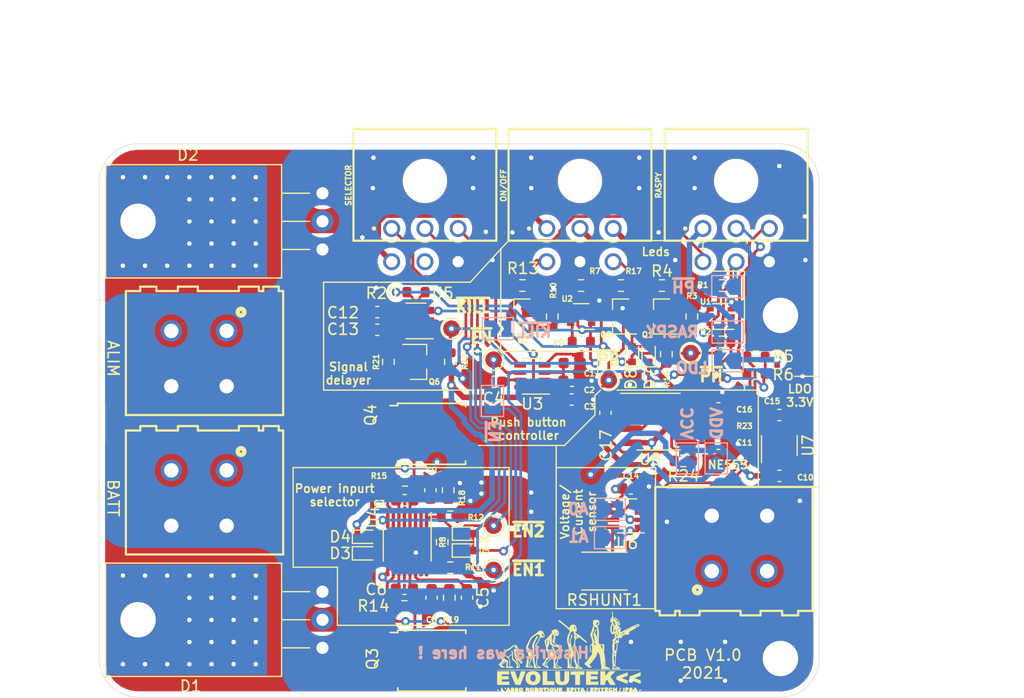
<source format=kicad_pcb>
(kicad_pcb (version 20171130) (host pcbnew "(5.1.8)-1")
  (layers (0 F.Cu signal) (31 B.Cu signal) (34 B.Paste user) (35 F.Paste user) (36 B.SilkS user) (37 F.SilkS user) (38 B.Mask user) (39 F.Mask user) (44 Edge.Cuts user))
  (net 0 "")
  (net 1 +3V3)
  (net 2 /VCC2)
  (net 3 GND)
  (net 4 /VCC1)
  (net 5 "Net-(C1-Pad2)")
  (net 6 VDD)
  (net 7 "Net-(C4-Pad2)")
  (net 8 "Net-(C5-Pad1)")
  (net 9 "Net-(C6-Pad1)")
  (net 10 "Net-(C7-Pad1)")
  (net 11 "Net-(C8-Pad2)")
  (net 12 "Net-(C9-Pad1)")
  (net 13 "Net-(C10-Pad1)")
  (net 14 "Net-(C11-Pad2)")
  (net 15 "Net-(C12-Pad2)")
  (net 16 "Net-(C15-Pad1)")
  (net 17 /TRIG)
  (net 18 /~EN1)
  (net 19 /~EN)
  (net 20 /~EN2)
  (net 21 /~BLINK)
  (net 22 "Net-(D7-Pad2)")
  (net 23 /~PH)
  (net 24 /BLUE)
  (net 25 /RED)
  (net 26 /GREEN)
  (net 27 /~PB)
  (net 28 "Net-(Q1-Pad1)")
  (net 29 "Net-(Q1-Pad3)")
  (net 30 "Net-(Q2-Pad1)")
  (net 31 "Net-(Q2-Pad3)")
  (net 32 /~KILL)
  (net 33 "Net-(Q6-Pad1)")
  (net 34 /~ONST1)
  (net 35 /SDA)
  (net 36 /SCL)
  (net 37 "Net-(R14-Pad2)")
  (net 38 "Net-(R15-Pad2)")
  (net 39 "Net-(R23-Pad1)")
  (net 40 /~INT)
  (net 41 /~ONST2)
  (net 42 VCC)
  (net 43 "Net-(0.1-Pad1)")
  (net 44 "Net-(D5-Pad2)")
  (net 45 "Net-(JP7-Pad2)")
  (net 46 "Net-(Q5-Pad3)")
  (net 47 "Net-(JP2-Pad1)")
  (net 48 "Net-(JP4-Pad2)")
  (net 49 "Net-(JP8-Pad2)")
  (module ComponentsEvo:logo-evo-min (layer F.Cu) (at 72.5 75.75)
    (fp_text reference G*** hide)
    (fp_text value LOGO hide)
  )
  (module MountingHole:MountingHole_3.2mm_M3_DIN965_Pad (layer F.Cu) (at 91.5 45.5)
    (fp_text reference e hide)
    (fp_text value MountingHole_3.2mm_M3_DIN965_Pad)
    (pad 1 thru_hole circle (at 0 0) (size 5.6 5.6) (drill 3.2) (layers *.Cu *.Mask) (net 3 GND))
  )
  (module Package_TO_SOT_SMD:SOT-23 (layer F.Cu) (at 80.8 45.6 180)
    (fp_text reference Q1 (at 1.3 -1.65) (layer F.SilkS) (effects (font (size 0.5 0.5) (thickness 0.125))))
    (fp_text value Q_NMOS_GSD)
    (pad 3 smd rect (at 1 0 180) (size 0.9 0.8) (layers F.Cu F.Paste F.Mask) (net 29 "Net-(Q1-Pad3)"))
    (pad 2 smd rect (at -1 0.95 180) (size 0.9 0.8) (layers F.Cu F.Paste F.Mask) (net 3 GND))
    (pad 1 smd rect (at -1 -0.95 180) (size 0.9 0.8) (layers F.Cu F.Paste F.Mask) (net 28 "Net-(Q1-Pad1)"))
  )
  (module ComponentsEvo:TO-220-3_Horizontal_TabDown (layer F.Cu) (at 50.15 39.54 90)
    (fp_text reference D2 (at 8.54 -12.15 180) (layer F.SilkS))
    (fp_text value MBR60)
    (pad 2 thru_hole circle (at -1.47 -12.02 90) (size 0.8 0.8) (drill 0.4) (layers *.Cu *.Mask) (net 2 /VCC2))
    (pad 2 thru_hole circle (at -1.47 -10.02 90) (size 0.8 0.8) (drill 0.4) (layers *.Cu *.Mask) (net 2 /VCC2))
    (pad 2 thru_hole circle (at -1.47 -8.02 90) (size 0.8 0.8) (drill 0.4) (layers *.Cu *.Mask) (net 2 /VCC2))
    (pad 2 thru_hole circle (at -1.47 -6.02 90) (size 0.8 0.8) (drill 0.4) (layers *.Cu *.Mask) (net 2 /VCC2))
    (pad 2 thru_hole circle (at 0.53 -6.02 90) (size 0.8 0.8) (drill 0.4) (layers *.Cu *.Mask) (net 2 /VCC2))
    (pad 2 thru_hole circle (at 0.53 -8.02 90) (size 0.8 0.8) (drill 0.4) (layers *.Cu *.Mask) (net 2 /VCC2))
    (pad 2 thru_hole circle (at 0.53 -10.02 90) (size 0.8 0.8) (drill 0.4) (layers *.Cu *.Mask) (net 2 /VCC2))
    (pad 2 thru_hole circle (at 0.53 -12.02 90) (size 0.8 0.8) (drill 0.4) (layers *.Cu *.Mask) (net 2 /VCC2))
    (pad 2 thru_hole circle (at -1.47 -14.02 90) (size 0.8 0.8) (drill 0.4) (layers *.Cu *.Mask) (net 2 /VCC2))
    (pad 2 thru_hole circle (at -1.47 -16.02 90) (size 0.8 0.8) (drill 0.4) (layers *.Cu *.Mask) (net 2 /VCC2))
    (pad 2 thru_hole circle (at -1.47 -18.02 90) (size 0.8 0.8) (drill 0.4) (layers *.Cu *.Mask) (net 2 /VCC2))
    (pad 2 thru_hole circle (at 6.53 -18.02 90) (size 0.8 0.8) (drill 0.4) (layers *.Cu *.Mask) (net 2 /VCC2))
    (pad 2 thru_hole circle (at 6.53 -16.02 90) (size 0.8 0.8) (drill 0.4) (layers *.Cu *.Mask) (net 2 /VCC2))
    (pad 2 thru_hole circle (at 6.53 -6.02 90) (size 0.8 0.8) (drill 0.4) (layers *.Cu *.Mask) (net 2 /VCC2))
    (pad 2 thru_hole circle (at 6.53 -8.02 90) (size 0.8 0.8) (drill 0.4) (layers *.Cu *.Mask) (net 2 /VCC2))
    (pad 2 thru_hole circle (at 6.53 -10.02 90) (size 0.8 0.8) (drill 0.4) (layers *.Cu *.Mask) (net 2 /VCC2))
    (pad 2 thru_hole circle (at 6.53 -12.02 90) (size 0.8 0.8) (drill 0.4) (layers *.Cu *.Mask) (net 2 /VCC2))
    (pad 2 thru_hole circle (at 6.53 -14.02 90) (size 0.8 0.8) (drill 0.4) (layers *.Cu *.Mask) (net 2 /VCC2))
    (pad 2 thru_hole circle (at 4.53 -12.02 90) (size 0.8 0.8) (drill 0.4) (layers *.Cu *.Mask) (net 2 /VCC2))
    (pad 2 thru_hole circle (at 4.53 -10.02 90) (size 0.8 0.8) (drill 0.4) (layers *.Cu *.Mask) (net 2 /VCC2))
    (pad 2 thru_hole circle (at 4.53 -8.02 90) (size 0.8 0.8) (drill 0.4) (layers *.Cu *.Mask) (net 2 /VCC2))
    (pad 2 thru_hole circle (at 4.53 -6.02 90) (size 0.8 0.8) (drill 0.4) (layers *.Cu *.Mask) (net 2 /VCC2))
    (pad 2 thru_hole circle (at 2.53 -6.02 90) (size 0.8 0.8) (drill 0.4) (layers *.Cu *.Mask) (net 2 /VCC2))
    (pad 2 thru_hole circle (at 2.53 -8.02 90) (size 0.8 0.8) (drill 0.4) (layers *.Cu *.Mask) (net 2 /VCC2))
    (pad 2 thru_hole circle (at 2.53 -10.02 90) (size 0.8 0.8) (drill 0.4) (layers *.Cu *.Mask) (net 2 /VCC2))
    (pad 2 thru_hole circle (at 2.53 -12.02 90) (size 0.8 0.8) (drill 0.4) (layers *.Cu *.Mask) (net 2 /VCC2))
    (pad 2 smd rect (at 2.54 -12.25 90) (size 10 14.5) (layers B.Cu F.Paste F.Mask) (net 2 /VCC2))
    (pad 2 smd rect (at 2.54 -12.25 90) (size 10 14.5) (layers F.Cu F.Paste F.Mask) (net 2 /VCC2))
    (pad 2 thru_hole oval (at 2.54 -16.65 90) (size 5.6 5.6) (drill 3.2) (layers *.Cu *.Mask) (net 2 /VCC2))
    (pad 1 thru_hole rect (at 0 0 90) (size 1.905 2) (drill 1.1) (layers *.Cu *.Mask) (net 3 GND))
    (pad 2 thru_hole oval (at 2.54 0 90) (size 1.905 2) (drill 1.1) (layers *.Cu *.Mask) (net 2 /VCC2))
    (pad 3 thru_hole oval (at 5.08 0 90) (size 1.905 2) (drill 1.1) (layers *.Cu *.Mask) (net 3 GND))
  )
  (module ComponentsEvo:TO-220-3_Horizontal_TabDown (layer F.Cu) (at 50.15 75.54 90)
    (fp_text reference D1 (at -3.46 -11.9 180) (layer F.SilkS))
    (fp_text value MBR60)
    (pad 2 thru_hole circle (at -1.47 -12.02 90) (size 0.8 0.8) (drill 0.4) (layers *.Cu *.Mask) (net 4 /VCC1))
    (pad 2 thru_hole circle (at -1.47 -10.02 90) (size 0.8 0.8) (drill 0.4) (layers *.Cu *.Mask) (net 4 /VCC1))
    (pad 2 thru_hole circle (at -1.47 -8.02 90) (size 0.8 0.8) (drill 0.4) (layers *.Cu *.Mask) (net 4 /VCC1))
    (pad 2 thru_hole circle (at -1.47 -6.02 90) (size 0.8 0.8) (drill 0.4) (layers *.Cu *.Mask) (net 4 /VCC1))
    (pad 2 thru_hole circle (at 0.53 -6.02 90) (size 0.8 0.8) (drill 0.4) (layers *.Cu *.Mask) (net 4 /VCC1))
    (pad 2 thru_hole circle (at 0.53 -8.02 90) (size 0.8 0.8) (drill 0.4) (layers *.Cu *.Mask) (net 4 /VCC1))
    (pad 2 thru_hole circle (at 0.53 -10.02 90) (size 0.8 0.8) (drill 0.4) (layers *.Cu *.Mask) (net 4 /VCC1))
    (pad 2 thru_hole circle (at 0.53 -12.02 90) (size 0.8 0.8) (drill 0.4) (layers *.Cu *.Mask) (net 4 /VCC1))
    (pad 2 thru_hole circle (at -1.47 -14.02 90) (size 0.8 0.8) (drill 0.4) (layers *.Cu *.Mask) (net 4 /VCC1))
    (pad 2 thru_hole circle (at -1.47 -16.02 90) (size 0.8 0.8) (drill 0.4) (layers *.Cu *.Mask) (net 4 /VCC1))
    (pad 2 thru_hole circle (at -1.47 -18.02 90) (size 0.8 0.8) (drill 0.4) (layers *.Cu *.Mask) (net 4 /VCC1))
    (pad 2 thru_hole circle (at 6.53 -18.02 90) (size 0.8 0.8) (drill 0.4) (layers *.Cu *.Mask) (net 4 /VCC1))
    (pad 2 thru_hole circle (at 6.53 -16.02 90) (size 0.8 0.8) (drill 0.4) (layers *.Cu *.Mask) (net 4 /VCC1))
    (pad 2 thru_hole circle (at 6.53 -6.02 90) (size 0.8 0.8) (drill 0.4) (layers *.Cu *.Mask) (net 4 /VCC1))
    (pad 2 thru_hole circle (at 6.53 -8.02 90) (size 0.8 0.8) (drill 0.4) (layers *.Cu *.Mask) (net 4 /VCC1))
    (pad 2 thru_hole circle (at 6.53 -10.02 90) (size 0.8 0.8) (drill 0.4) (layers *.Cu *.Mask) (net 4 /VCC1))
    (pad 2 thru_hole circle (at 6.53 -12.02 90) (size 0.8 0.8) (drill 0.4) (layers *.Cu *.Mask) (net 4 /VCC1))
    (pad 2 thru_hole circle (at 6.53 -14.02 90) (size 0.8 0.8) (drill 0.4) (layers *.Cu *.Mask) (net 4 /VCC1))
    (pad 2 thru_hole circle (at 4.53 -12.02 90) (size 0.8 0.8) (drill 0.4) (layers *.Cu *.Mask) (net 4 /VCC1))
    (pad 2 thru_hole circle (at 4.53 -10.02 90) (size 0.8 0.8) (drill 0.4) (layers *.Cu *.Mask) (net 4 /VCC1))
    (pad 2 thru_hole circle (at 4.53 -8.02 90) (size 0.8 0.8) (drill 0.4) (layers *.Cu *.Mask) (net 4 /VCC1))
    (pad 2 thru_hole circle (at 4.53 -6.02 90) (size 0.8 0.8) (drill 0.4) (layers *.Cu *.Mask) (net 4 /VCC1))
    (pad 2 thru_hole circle (at 2.53 -6.02 90) (size 0.8 0.8) (drill 0.4) (layers *.Cu *.Mask) (net 4 /VCC1))
    (pad 2 thru_hole circle (at 2.53 -8.02 90) (size 0.8 0.8) (drill 0.4) (layers *.Cu *.Mask) (net 4 /VCC1))
    (pad 2 thru_hole circle (at 2.53 -10.02 90) (size 0.8 0.8) (drill 0.4) (layers *.Cu *.Mask) (net 4 /VCC1))
    (pad 2 thru_hole circle (at 2.53 -12.02 90) (size 0.8 0.8) (drill 0.4) (layers *.Cu *.Mask) (net 4 /VCC1))
    (pad 2 smd rect (at 2.54 -12.25 90) (size 10 14.5) (layers B.Cu F.Paste F.Mask) (net 4 /VCC1))
    (pad 2 smd rect (at 2.54 -12.25 90) (size 10 14.5) (layers F.Cu F.Paste F.Mask) (net 4 /VCC1))
    (pad 2 thru_hole oval (at 2.54 -16.65 90) (size 5.6 5.6) (drill 3.2) (layers *.Cu *.Mask) (net 4 /VCC1))
    (pad 1 thru_hole rect (at 0 0 90) (size 1.905 2) (drill 1.1) (layers *.Cu *.Mask) (net 3 GND))
    (pad 2 thru_hole oval (at 2.54 0 90) (size 1.905 2) (drill 1.1) (layers *.Cu *.Mask) (net 4 /VCC1))
    (pad 3 thru_hole oval (at 5.08 0 90) (size 1.905 2) (drill 1.1) (layers *.Cu *.Mask) (net 3 GND))
  )
  (module MountingHole:MountingHole_3.2mm_M3_DIN965_Pad (layer F.Cu) (at 91.5 76.5)
    (fp_text reference REF** hide)
    (fp_text value MountingHole_3.2mm_M3_DIN965_Pad)
    (pad 1 thru_hole circle (at 0 0) (size 5.6 5.6) (drill 3.2) (layers *.Cu *.Mask) (net 3 GND))
  )
  (module Resistor_SMD:R_0603_1608Metric (layer F.Cu) (at 73.5 42.8 180)
    (fp_text reference R7 (at -1.25 1.3) (layer F.SilkS) (effects (font (size 0.5 0.5) (thickness 0.125))))
    (fp_text value 10k)
    (pad 2 smd roundrect (at 0.825 0 180) (size 0.8 0.95) (layers F.Cu F.Paste F.Mask) (net 1 +3V3))
    (pad 1 smd roundrect (at -0.825 0 180) (size 0.8 0.95) (layers F.Cu F.Paste F.Mask) (net 23 /~PH))
  )
  (module Capacitor_SMD:C_0603_1608Metric (layer F.Cu) (at 65.6 51.5)
    (fp_text reference C4 (at 0 1.5) (layer F.SilkS))
    (fp_text value 780nF)
    (pad 2 smd roundrect (at 0.775 0) (size 0.9 0.95) (layers F.Cu F.Paste F.Mask) (net 7 "Net-(C4-Pad2)"))
    (pad 1 smd roundrect (at -0.775 0) (size 0.9 0.95) (layers F.Cu F.Paste F.Mask) (net 3 GND))
  )
  (module Resistor_SMD:R_2512_6332Metric_Pad1.52x3.35mm_HandSolder (layer F.Cu) (at 75.6 68.6 180)
    (fp_text reference RSHUNT1 (at 0 -2.62) (layer F.SilkS))
    (fp_text value 0.002)
    (pad 2 smd roundrect (at 2.9875 0 180) (size 1.525 3.35) (layers F.Cu F.Paste F.Mask) (roundrect_rratio 0.1639337704918033) (net 42 VCC))
    (pad 1 smd roundrect (at -2.9875 0 180) (size 1.525 3.35) (layers F.Cu F.Paste F.Mask) (roundrect_rratio 0.1639337704918033) (net 43 "Net-(0.1-Pad1)"))
  )
  (module Capacitor_SMD:C_0603_1608Metric (layer F.Cu) (at 85.9 53.9)
    (fp_text reference C16 (at 2.35 0.1) (layer F.SilkS) (effects (font (size 0.5 0.5) (thickness 0.125))))
    (fp_text value 100nF)
    (pad 2 smd roundrect (at 0.775 0) (size 0.9 0.95) (layers F.Cu F.Paste F.Mask) (net 3 GND))
    (pad 1 smd roundrect (at -0.775 0) (size 0.9 0.95) (layers F.Cu F.Paste F.Mask) (net 1 +3V3))
  )
  (module Capacitor_SMD:C_0603_1608Metric (layer F.Cu) (at 85.9 57.1 180)
    (fp_text reference C11 (at -2.35 0.1) (layer F.SilkS) (effects (font (size 0.5 0.5) (thickness 0.125))))
    (fp_text value 100nF)
    (pad 2 smd roundrect (at 0.775 0 180) (size 0.9 0.95) (layers F.Cu F.Paste F.Mask) (net 14 "Net-(C11-Pad2)"))
    (pad 1 smd roundrect (at -0.775 0 180) (size 0.9 0.95) (layers F.Cu F.Paste F.Mask) (net 3 GND))
  )
  (module Capacitor_SMD:C_0603_1608Metric (layer F.Cu) (at 75.7 54.3 270)
    (fp_text reference C17 (at 2.95 -0.05 90) (layer F.SilkS))
    (fp_text value 4.7uF)
    (pad 2 smd roundrect (at 0.775 0 270) (size 0.9 0.95) (layers F.Cu F.Paste F.Mask) (net 17 /TRIG))
    (pad 1 smd roundrect (at -0.775 0 270) (size 0.9 0.95) (layers F.Cu F.Paste F.Mask) (net 3 GND))
  )
  (module Resistor_SMD:R_0603_1608Metric (layer F.Cu) (at 82.73 58.64)
    (fp_text reference R24 (at 0.02 1.36) (layer F.SilkS))
    (fp_text value 78.7k)
    (pad 2 smd roundrect (at 0.825 0) (size 0.8 0.95) (layers F.Cu F.Paste F.Mask) (net 39 "Net-(R23-Pad1)"))
    (pad 1 smd roundrect (at -0.825 0) (size 0.8 0.95) (layers F.Cu F.Paste F.Mask) (net 17 /TRIG))
  )
  (module Resistor_SMD:R_0603_1608Metric (layer F.Cu) (at 85.9 55.5)
    (fp_text reference R23 (at 2.35 0) (layer F.SilkS) (effects (font (size 0.5 0.5) (thickness 0.125))))
    (fp_text value 78.7k)
    (pad 2 smd roundrect (at 0.825 0) (size 0.8 0.95) (layers F.Cu F.Paste F.Mask) (net 1 +3V3))
    (pad 1 smd roundrect (at -0.825 0) (size 0.8 0.95) (layers F.Cu F.Paste F.Mask) (net 39 "Net-(R23-Pad1)"))
  )
  (module Package_SO:SOIC-8_3.9x4.9mm_P1.27mm (layer F.Cu) (at 80.5 55.1)
    (fp_text reference U8 (at -0.75 3.4) (layer F.SilkS))
    (fp_text value NE555D)
    (pad 8 smd roundrect (at 2.475 -1.905) (size 1.95 0.6) (layers F.Cu F.Paste F.Mask) (net 1 +3V3))
    (pad 7 smd roundrect (at 2.475 -0.635) (size 1.95 0.6) (layers F.Cu F.Paste F.Mask) (net 1 +3V3))
    (pad 6 smd roundrect (at 2.475 0.635) (size 1.95 0.6) (layers F.Cu F.Paste F.Mask) (net 39 "Net-(R23-Pad1)"))
    (pad 5 smd roundrect (at 2.475 1.905) (size 1.95 0.6) (layers F.Cu F.Paste F.Mask) (net 14 "Net-(C11-Pad2)"))
    (pad 4 smd roundrect (at -2.475 1.905) (size 1.95 0.6) (layers F.Cu F.Paste F.Mask) (net 1 +3V3))
    (pad 3 smd roundrect (at -2.475 0.635) (size 1.95 0.6) (layers F.Cu F.Paste F.Mask) (net 21 /~BLINK))
    (pad 2 smd roundrect (at -2.475 -0.635) (size 1.95 0.6) (layers F.Cu F.Paste F.Mask) (net 17 /TRIG))
    (pad 1 smd roundrect (at -2.475 -1.905) (size 1.95 0.6) (layers F.Cu F.Paste F.Mask) (net 3 GND))
  )
  (module Package_TO_SOT_SMD:SOT-23-6 (layer F.Cu) (at 58.6 46 180)
    (fp_text reference U5 (at -2.4 2.5) (layer F.SilkS))
    (fp_text value TPS3808DBV)
    (pad 5 smd rect (at 1.1 0 180) (size 1.06 0.65) (layers F.Cu F.Paste F.Mask) (net 1 +3V3))
    (pad 6 smd rect (at 1.1 -0.95 180) (size 1.06 0.65) (layers F.Cu F.Paste F.Mask) (net 1 +3V3))
    (pad 4 smd rect (at 1.1 0.95 180) (size 1.06 0.65) (layers F.Cu F.Paste F.Mask) (net 15 "Net-(C12-Pad2)"))
    (pad 3 smd rect (at -1.1 0.95 180) (size 1.06 0.65) (layers F.Cu F.Paste F.Mask) (net 23 /~PH))
    (pad 2 smd rect (at -1.1 0 180) (size 1.06 0.65) (layers F.Cu F.Paste F.Mask) (net 3 GND))
    (pad 1 smd rect (at -1.1 -0.95 180) (size 1.06 0.65) (layers F.Cu F.Paste F.Mask) (net 33 "Net-(Q6-Pad1)"))
  )
  (module Capacitor_SMD:C_0603_1608Metric (layer F.Cu) (at 78 61.13)
    (fp_text reference C14 (at 0 -1.13) (layer F.SilkS) (effects (font (size 0.5 0.5) (thickness 0.125))))
    (fp_text value 100nF)
    (pad 2 smd roundrect (at 0.775 0) (size 0.9 0.95) (layers F.Cu F.Paste F.Mask) (net 3 GND))
    (pad 1 smd roundrect (at -0.775 0) (size 0.9 0.95) (layers F.Cu F.Paste F.Mask) (net 1 +3V3))
  )
  (module ConnectorsEvo:66200621022 (layer F.Cu) (at 87.5 33.7 180)
    (fp_text reference RASPY (at 7 -0.05 90) (layer F.SilkS) (effects (font (size 0.5 0.5) (thickness 0.125))))
    (fp_text value Conn_01x06_Male)
    (pad 1 thru_hole circle (at 3 -3.95 180) (size 1.53 1.53) (drill 1.02) (layers *.Cu *.Mask) (net 47 "Net-(JP2-Pad1)"))
    (pad 4 thru_hole circle (at 3 -6.95 180) (size 1.53 1.53) (drill 1.02) (layers *.Cu *.Mask) (net 40 /~INT))
    (pad 2 thru_hole circle (at 0 -3.95 180) (size 1.53 1.53) (drill 1.02) (layers *.Cu *.Mask) (net 35 /SDA))
    (pad 5 thru_hole circle (at 0 -6.95 180) (size 1.53 1.53) (drill 1.02) (layers *.Cu *.Mask) (net 23 /~PH))
    (pad 3 thru_hole circle (at -3 -3.95 180) (size 1.53 1.53) (drill 1.02) (layers *.Cu *.Mask) (net 36 /SCL))
    (pad 6 thru_hole circle (at -3 -6.95 180) (size 1.53 1.53) (drill 1.02) (layers *.Cu *.Mask) (net 3 GND))
    (pad None np_thru_hole circle (at 0 0.35 180) (size 3 3) (drill 3) (layers *.Cu *.Mask))
  )
  (module Diode_SMD:D_SOD-523 (layer F.Cu) (at 54 67)
    (fp_text reference D3 (at -2.25 0) (layer F.SilkS))
    (fp_text value D)
    (pad 1 smd rect (at -0.7 0 180) (size 0.6 0.7) (layers F.Cu F.Paste F.Mask) (net 6 VDD))
    (pad 2 smd rect (at 0.7 0 180) (size 0.6 0.7) (layers F.Cu F.Paste F.Mask) (net 4 /VCC1))
  )
  (module Diode_SMD:D_SOD-523 (layer F.Cu) (at 54 65.5)
    (fp_text reference D4 (at -2.25 0) (layer F.SilkS))
    (fp_text value D)
    (pad 1 smd rect (at -0.7 0 180) (size 0.6 0.7) (layers F.Cu F.Paste F.Mask) (net 6 VDD))
    (pad 2 smd rect (at 0.7 0 180) (size 0.6 0.7) (layers F.Cu F.Paste F.Mask) (net 2 /VCC2))
  )
  (module Jumper:SolderJumper-2_P1.3mm_Open_TrianglePad1.0x1.5mm (layer B.Cu) (at 76.08 63.02)
    (fp_text reference JP7 hide)
    (fp_text value SolderJumper_2_Open)
    (pad 1 smd custom (at -0.725 0) (size 0.3 0.3) (layers B.Cu B.Mask) (net 3 GND) (options (clearance outline) (anchor rect)) (primitives (gr_poly (pts (xy -0.5 0.75) (xy 0.5 0.75) (xy 1 0) (xy 0.5 -0.75) (xy -0.5 -0.75)) (width 0))))
    (pad 2 smd custom (at 0.725 0) (size 0.3 0.3) (layers B.Cu B.Mask) (net 45 "Net-(JP7-Pad2)") (options (clearance outline) (anchor rect)) (primitives (gr_poly (pts (xy -0.65 0.75) (xy 0.5 0.75) (xy 0.5 -0.75) (xy -0.65 -0.75) (xy -0.15 0)) (width 0))))
  )
  (module Jumper:SolderJumper-2_P1.3mm_Open_TrianglePad1.0x1.5mm (layer B.Cu) (at 76.105 65.58)
    (fp_text reference JP8 hide)
    (fp_text value SolderJumper_2_Open)
    (pad 1 smd custom (at -0.725 0) (size 0.3 0.3) (layers B.Cu B.Mask) (net 3 GND) (options (clearance outline) (anchor rect)) (primitives (gr_poly (pts (xy -0.5 0.75) (xy 0.5 0.75) (xy 1 0) (xy 0.5 -0.75) (xy -0.5 -0.75)) (width 0))))
    (pad 2 smd custom (at 0.725 0) (size 0.3 0.3) (layers B.Cu B.Mask) (net 49 "Net-(JP8-Pad2)") (options (clearance outline) (anchor rect)) (primitives (gr_poly (pts (xy -0.65 0.75) (xy 0.5 0.75) (xy 0.5 -0.75) (xy -0.65 -0.75) (xy -0.15 0)) (width 0))))
  )
  (module TestPoint:TestPoint_Pad_D1.5mm (layer F.Cu) (at 65.6 49.5)
    (fp_text reference TP4 hide)
    (fp_text value TestPoint)
    (pad 1 smd circle (at 0 0) (size 1.5 1.5) (layers F.Cu F.Mask) (net 19 /~EN))
  )
  (module Resistor_SMD:R_0603_1608Metric (layer F.Cu) (at 58.6 43.4 180)
    (fp_text reference R20 (at 3.1 -0.1) (layer F.SilkS))
    (fp_text value 10k)
    (pad 2 smd roundrect (at 0.825 0 180) (size 0.8 0.95) (layers F.Cu F.Paste F.Mask) (net 1 +3V3))
    (pad 1 smd roundrect (at -0.825 0 180) (size 0.8 0.95) (layers F.Cu F.Paste F.Mask) (net 33 "Net-(Q6-Pad1)"))
  )
  (module Resistor_SMD:R_0603_1608Metric (layer F.Cu) (at 73.525 47.9 180)
    (fp_text reference R9 (at 2.025 -0.1) (layer F.SilkS) (effects (font (size 0.5 0.5) (thickness 0.125))))
    (fp_text value 10k)
    (pad 2 smd roundrect (at 0.825 0 180) (size 0.8 0.95) (layers F.Cu F.Paste F.Mask) (net 1 +3V3))
    (pad 1 smd roundrect (at -0.825 0 180) (size 0.8 0.95) (layers F.Cu F.Paste F.Mask) (net 41 /~ONST2))
  )
  (module Capacitor_SMD:C_0603_1608Metric (layer F.Cu) (at 57.55 70.2)
    (fp_text reference C6 (at -2.55 0.05) (layer F.SilkS))
    (fp_text value 62nF)
    (pad 2 smd roundrect (at 0.775 0) (size 0.9 0.95) (layers F.Cu F.Paste F.Mask) (net 4 /VCC1))
    (pad 1 smd roundrect (at -0.775 0) (size 0.9 0.95) (layers F.Cu F.Paste F.Mask) (net 9 "Net-(C6-Pad1)"))
  )
  (module Diode_SMD:D_SOD-523 (layer F.Cu) (at 63.03 65.22)
    (fp_text reference D6 (at 1.72 0.53) (layer F.SilkS) (effects (font (size 0.5 0.5) (thickness 0.125))))
    (fp_text value D)
    (pad 1 smd rect (at -0.7 0 180) (size 0.6 0.7) (layers F.Cu F.Paste F.Mask) (net 20 /~EN2))
    (pad 2 smd rect (at 0.7 0 180) (size 0.6 0.7) (layers F.Cu F.Paste F.Mask) (net 44 "Net-(D5-Pad2)"))
  )
  (module Package_TO_SOT_SMD:SOT-23 (layer F.Cu) (at 58.8 49.7)
    (fp_text reference Q6 (at 1.45 1.8) (layer F.SilkS) (effects (font (size 0.5 0.5) (thickness 0.125))))
    (fp_text value Q_NMOS_GSD)
    (pad 3 smd rect (at 1 0) (size 0.9 0.8) (layers F.Cu F.Paste F.Mask) (net 32 /~KILL))
    (pad 2 smd rect (at -1 0.95) (size 0.9 0.8) (layers F.Cu F.Paste F.Mask) (net 3 GND))
    (pad 1 smd rect (at -1 -0.95) (size 0.9 0.8) (layers F.Cu F.Paste F.Mask) (net 33 "Net-(Q6-Pad1)"))
  )
  (module Resistor_SMD:R_0603_1608Metric (layer F.Cu) (at 61.7 49.7 270)
    (fp_text reference R22 (at 0 -1.3 90) (layer F.SilkS) (effects (font (size 0.5 0.5) (thickness 0.125))))
    (fp_text value 10k)
    (pad 2 smd roundrect (at 0.825 0 270) (size 0.8 0.95) (layers F.Cu F.Paste F.Mask) (net 6 VDD))
    (pad 1 smd roundrect (at -0.825 0 270) (size 0.8 0.95) (layers F.Cu F.Paste F.Mask) (net 32 /~KILL))
  )
  (module Package_TO_SOT_SMD:SOT-353_SC-70-5 (layer F.Cu) (at 73.5 45.6 180)
    (fp_text reference U2 (at 1.25 1.6) (layer F.SilkS) (effects (font (size 0.5 0.5) (thickness 0.125))))
    (fp_text value 74AUP1G02)
    (pad 5 smd rect (at 0.95 -0.65 180) (size 0.65 0.4) (layers F.Cu F.Paste F.Mask) (net 1 +3V3))
    (pad 4 smd rect (at 0.95 0.65 180) (size 0.65 0.4) (layers F.Cu F.Paste F.Mask) (net 30 "Net-(Q2-Pad1)"))
    (pad 2 smd rect (at -0.95 0 180) (size 0.65 0.4) (layers F.Cu F.Paste F.Mask) (net 23 /~PH))
    (pad 3 smd rect (at -0.95 0.65 180) (size 0.65 0.4) (layers F.Cu F.Paste F.Mask) (net 3 GND))
    (pad 1 smd rect (at -0.95 -0.65 180) (size 0.65 0.4) (layers F.Cu F.Paste F.Mask) (net 41 /~ONST2))
  )
  (module ConnectorsEvo:691413720002B (layer F.Cu) (at 39 49.4 270)
    (fp_text reference ALIM (at 0 7.75 270 unlocked) (layer F.SilkS))
    (fp_text value Conn_01x02_Male)
    (pad 1 thru_hole circle (at -2.5 -2.5 270) (size 1.95 1.95) (drill 1.3) (layers *.Cu *.Mask) (net 2 /VCC2))
    (pad 1 thru_hole circle (at -2.5 2.5 270) (size 1.95 1.95) (drill 1.3) (layers *.Cu *.Mask) (net 2 /VCC2))
    (pad 2 thru_hole circle (at 2.5 -2.5 270) (size 1.95 1.95) (drill 1.3) (layers *.Cu *.Mask) (net 3 GND))
    (pad 2 thru_hole circle (at 2.5 2.5 270) (size 1.95 1.95) (drill 1.3) (layers *.Cu *.Mask) (net 3 GND))
  )
  (module ConnectorsEvo:691413720002B (layer F.Cu) (at 39 62 270)
    (fp_text reference BATT (at 0 7.75 270 unlocked) (layer F.SilkS))
    (fp_text value Conn_01x02_Male)
    (pad 1 thru_hole circle (at -2.5 -2.5 270) (size 1.95 1.95) (drill 1.3) (layers *.Cu *.Mask) (net 4 /VCC1))
    (pad 1 thru_hole circle (at -2.5 2.5 270) (size 1.95 1.95) (drill 1.3) (layers *.Cu *.Mask) (net 4 /VCC1))
    (pad 2 thru_hole circle (at 2.5 -2.5 270) (size 1.95 1.95) (drill 1.3) (layers *.Cu *.Mask) (net 3 GND))
    (pad 2 thru_hole circle (at 2.5 2.5 270) (size 1.95 1.95) (drill 1.3) (layers *.Cu *.Mask) (net 3 GND))
  )
  (module Capacitor_SMD:C_0603_1608Metric (layer F.Cu) (at 72.7 49.8 180)
    (fp_text reference C1 (at -1.55 -0.95) (layer F.SilkS) (effects (font (size 0.5 0.5) (thickness 0.125))))
    (fp_text value 100nF)
    (pad 2 smd roundrect (at 0.775 0 180) (size 0.9 0.95) (layers F.Cu F.Paste F.Mask) (net 5 "Net-(C1-Pad2)"))
    (pad 1 smd roundrect (at -0.775 0 180) (size 0.9 0.95) (layers F.Cu F.Paste F.Mask) (net 3 GND))
  )
  (module Capacitor_SMD:C_0603_1608Metric (layer F.Cu) (at 72.675 51.4 180)
    (fp_text reference C2 (at -1.575 -0.85) (layer F.SilkS) (effects (font (size 0.5 0.5) (thickness 0.125))))
    (fp_text value 100nF)
    (pad 2 smd roundrect (at 0.775 0 180) (size 0.9 0.95) (layers F.Cu F.Paste F.Mask) (net 5 "Net-(C1-Pad2)"))
    (pad 1 smd roundrect (at -0.775 0 180) (size 0.9 0.95) (layers F.Cu F.Paste F.Mask) (net 3 GND))
  )
  (module Capacitor_SMD:C_0603_1608Metric (layer F.Cu) (at 72.65 53.1 180)
    (fp_text reference C3 (at -1.6 -0.65) (layer F.SilkS) (effects (font (size 0.5 0.5) (thickness 0.125))))
    (fp_text value 100nF)
    (pad 2 smd roundrect (at 0.775 0 180) (size 0.9 0.95) (layers F.Cu F.Paste F.Mask) (net 6 VDD))
    (pad 1 smd roundrect (at -0.775 0 180) (size 0.9 0.95) (layers F.Cu F.Paste F.Mask) (net 3 GND))
  )
  (module Capacitor_SMD:C_0603_1608Metric (layer F.Cu) (at 63.2 71 270)
    (fp_text reference C5 (at 0 -1.43 90) (layer F.SilkS))
    (fp_text value 100nF)
    (pad 2 smd roundrect (at 0.775 0 270) (size 0.9 0.95) (layers F.Cu F.Paste F.Mask) (net 3 GND))
    (pad 1 smd roundrect (at -0.775 0 270) (size 0.9 0.95) (layers F.Cu F.Paste F.Mask) (net 8 "Net-(C5-Pad1)"))
  )
  (module Capacitor_SMD:C_0603_1608Metric (layer F.Cu) (at 57.575 62.2)
    (fp_text reference C7 (at -2.325 0.3) (layer F.SilkS) (effects (font (size 0.5 0.5) (thickness 0.125))))
    (fp_text value 62nF)
    (pad 2 smd roundrect (at 0.775 0) (size 0.9 0.95) (layers F.Cu F.Paste F.Mask) (net 2 /VCC2))
    (pad 1 smd roundrect (at -0.775 0) (size 0.9 0.95) (layers F.Cu F.Paste F.Mask) (net 10 "Net-(C7-Pad1)"))
  )
  (module Capacitor_SMD:C_0603_1608Metric (layer F.Cu) (at 60 71 90)
    (fp_text reference C8 (at -2 0 180) (layer F.SilkS) (effects (font (size 0.5 0.5) (thickness 0.125))))
    (fp_text value 100nF)
    (pad 2 smd roundrect (at 0.775 0 90) (size 0.9 0.95) (layers F.Cu F.Paste F.Mask) (net 11 "Net-(C8-Pad2)"))
    (pad 1 smd roundrect (at -0.775 0 90) (size 0.9 0.95) (layers F.Cu F.Paste F.Mask) (net 3 GND))
  )
  (module Capacitor_SMD:C_0603_1608Metric (layer F.Cu) (at 59.9 61.3 90)
    (fp_text reference C9 (at 1.8 0.1 180) (layer F.SilkS) (effects (font (size 0.5 0.5) (thickness 0.125))))
    (fp_text value 100nF)
    (pad 2 smd roundrect (at 0.775 0 90) (size 0.9 0.95) (layers F.Cu F.Paste F.Mask) (net 3 GND))
    (pad 1 smd roundrect (at -0.775 0 90) (size 0.9 0.95) (layers F.Cu F.Paste F.Mask) (net 12 "Net-(C9-Pad1)"))
  )
  (module Capacitor_SMD:C_0603_1608Metric (layer F.Cu) (at 91.4 60)
    (fp_text reference C10 (at 2.35 0.15 180) (layer F.SilkS) (effects (font (size 0.5 0.5) (thickness 0.125))))
    (fp_text value 1uF)
    (pad 2 smd roundrect (at 0.775 0) (size 0.9 0.95) (layers F.Cu F.Paste F.Mask) (net 3 GND))
    (pad 1 smd roundrect (at -0.775 0) (size 0.9 0.95) (layers F.Cu F.Paste F.Mask) (net 13 "Net-(C10-Pad1)"))
  )
  (module Capacitor_SMD:C_0603_1608Metric (layer F.Cu) (at 55.1 45.2)
    (fp_text reference C12 (at -3.1 0.05) (layer F.SilkS))
    (fp_text value 780nF)
    (pad 2 smd roundrect (at 0.775 0) (size 0.9 0.95) (layers F.Cu F.Paste F.Mask) (net 15 "Net-(C12-Pad2)"))
    (pad 1 smd roundrect (at -0.775 0) (size 0.9 0.95) (layers F.Cu F.Paste F.Mask) (net 3 GND))
  )
  (module Capacitor_SMD:C_0603_1608Metric (layer F.Cu) (at 55.1 46.8 180)
    (fp_text reference C13 (at 3.1 0.05) (layer F.SilkS))
    (fp_text value 100nF)
    (pad 2 smd roundrect (at 0.775 0 180) (size 0.9 0.95) (layers F.Cu F.Paste F.Mask) (net 3 GND))
    (pad 1 smd roundrect (at -0.775 0 180) (size 0.9 0.95) (layers F.Cu F.Paste F.Mask) (net 1 +3V3))
  )
  (module Capacitor_SMD:C_0603_1608Metric (layer F.Cu) (at 91.4 54.5)
    (fp_text reference C15 (at -0.65 -1.25 180) (layer F.SilkS) (effects (font (size 0.5 0.5) (thickness 0.125))))
    (fp_text value 1uF)
    (pad 2 smd roundrect (at 0.775 0) (size 0.9 0.95) (layers F.Cu F.Paste F.Mask) (net 3 GND))
    (pad 1 smd roundrect (at -0.775 0) (size 0.9 0.95) (layers F.Cu F.Paste F.Mask) (net 16 "Net-(C15-Pad1)"))
  )
  (module Diode_SMD:D_SOD-523 (layer F.Cu) (at 63.02 66.74)
    (fp_text reference D5 (at 1.73 0.01) (layer F.SilkS) (effects (font (size 0.5 0.5) (thickness 0.125))))
    (fp_text value D)
    (pad 1 smd rect (at -0.7 0 180) (size 0.6 0.7) (layers F.Cu F.Paste F.Mask) (net 18 /~EN1))
    (pad 2 smd rect (at 0.7 0 180) (size 0.6 0.7) (layers F.Cu F.Paste F.Mask) (net 44 "Net-(D5-Pad2)"))
  )
  (module Diode_SMD:D_SOD-523 (layer F.Cu) (at 79.6 49 90)
    (fp_text reference D7 (at -2.25 0.15 90) (layer F.SilkS))
    (fp_text value D)
    (pad 1 smd rect (at -0.7 0 270) (size 0.6 0.7) (layers F.Cu F.Paste F.Mask) (net 21 /~BLINK))
    (pad 2 smd rect (at 0.7 0 270) (size 0.6 0.7) (layers F.Cu F.Paste F.Mask) (net 22 "Net-(D7-Pad2)"))
  )
  (module Diode_SMD:D_SOD-523 (layer F.Cu) (at 78.1 49 90)
    (fp_text reference D8 (at -2.25 -0.1 90) (layer F.SilkS))
    (fp_text value D)
    (pad 1 smd rect (at -0.7 0 270) (size 0.6 0.7) (layers F.Cu F.Paste F.Mask) (net 23 /~PH))
    (pad 2 smd rect (at 0.7 0 270) (size 0.6 0.7) (layers F.Cu F.Paste F.Mask) (net 22 "Net-(D7-Pad2)"))
  )
  (module Jumper:SolderJumper-2_P1.3mm_Open_TrianglePad1.0x1.5mm (layer B.Cu) (at 86.7 42.9 180)
    (fp_text reference JP1 hide)
    (fp_text value SolderJumper_2_Open)
    (pad 1 smd custom (at -0.725 0 180) (size 0.3 0.3) (layers B.Cu B.Mask) (net 23 /~PH) (options (clearance outline) (anchor rect)) (primitives (gr_poly (pts (xy -0.5 0.75) (xy 0.5 0.75) (xy 1 0) (xy 0.5 -0.75) (xy -0.5 -0.75)) (width 0))))
    (pad 2 smd custom (at 0.725 0 180) (size 0.3 0.3) (layers B.Cu B.Mask) (net 3 GND) (options (clearance outline) (anchor rect)) (primitives (gr_poly (pts (xy -0.65 0.75) (xy 0.5 0.75) (xy 0.5 -0.75) (xy -0.65 -0.75) (xy -0.15 0)) (width 0))))
  )
  (module Jumper:SolderJumper-2_P1.3mm_Open_TrianglePad1.0x1.5mm (layer B.Cu) (at 86.725 47 180)
    (fp_text reference JP2 hide)
    (fp_text value SolderJumper_2_Open)
    (pad 1 smd custom (at -0.725 0 180) (size 0.3 0.3) (layers B.Cu B.Mask) (net 47 "Net-(JP2-Pad1)") (options (clearance outline) (anchor rect)) (primitives (gr_poly (pts (xy -0.5 0.75) (xy 0.5 0.75) (xy 1 0) (xy 0.5 -0.75) (xy -0.5 -0.75)) (width 0))))
    (pad 2 smd custom (at 0.725 0 180) (size 0.3 0.3) (layers B.Cu B.Mask) (net 1 +3V3) (options (clearance outline) (anchor rect)) (primitives (gr_poly (pts (xy -0.65 0.75) (xy 0.5 0.75) (xy 0.5 -0.75) (xy -0.65 -0.75) (xy -0.15 0)) (width 0))))
  )
  (module Jumper:SolderJumper-2_P1.3mm_Open_TrianglePad1.0x1.5mm (layer B.Cu) (at 83.1 58.425 90)
    (fp_text reference JP5 hide)
    (fp_text value SolderJumper_2_Bridged)
    (pad 1 smd custom (at -0.725 0 90) (size 0.3 0.3) (layers B.Cu B.Mask) (net 42 VCC) (options (clearance outline) (anchor rect)) (primitives (gr_poly (pts (xy -0.5 0.75) (xy 0.5 0.75) (xy 1 0) (xy 0.5 -0.75) (xy -0.5 -0.75)) (width 0))))
    (pad 2 smd custom (at 0.725 0 90) (size 0.3 0.3) (layers B.Cu B.Mask) (net 13 "Net-(C10-Pad1)") (options (clearance outline) (anchor rect)) (primitives (gr_poly (pts (xy -0.65 0.75) (xy 0.5 0.75) (xy 0.5 -0.75) (xy -0.65 -0.75) (xy -0.15 0)) (width 0))))
  )
  (module Jumper:SolderJumper-2_P1.3mm_Open_TrianglePad1.0x1.5mm (layer B.Cu) (at 85.7 58.425 90)
    (fp_text reference JP6 hide)
    (fp_text value SolderJumper_2_Open)
    (pad 2 smd custom (at 0.725 0 90) (size 0.3 0.3) (layers B.Cu B.Mask) (net 13 "Net-(C10-Pad1)") (options (clearance outline) (anchor rect)) (primitives (gr_poly (pts (xy -0.65 0.75) (xy 0.5 0.75) (xy 0.5 -0.75) (xy -0.65 -0.75) (xy -0.15 0)) (width 0))))
    (pad 1 smd custom (at -0.725 0 90) (size 0.3 0.3) (layers B.Cu B.Mask) (net 6 VDD) (options (clearance outline) (anchor rect)) (primitives (gr_poly (pts (xy -0.5 0.75) (xy 0.5 0.75) (xy 1 0) (xy 0.5 -0.75) (xy -0.5 -0.75)) (width 0))))
  )
  (module Jumper:SolderJumper-2_P1.3mm_Open_TrianglePad1.0x1.5mm (layer B.Cu) (at 86.725 49.6 180)
    (fp_text reference JP9 hide)
    (fp_text value SolderJumper_2_Open)
    (pad 1 smd custom (at -0.725 0 180) (size 0.3 0.3) (layers B.Cu B.Mask) (net 16 "Net-(C15-Pad1)") (options (clearance outline) (anchor rect)) (primitives (gr_poly (pts (xy -0.5 0.75) (xy 0.5 0.75) (xy 1 0) (xy 0.5 -0.75) (xy -0.5 -0.75)) (width 0))))
    (pad 2 smd custom (at 0.725 0 180) (size 0.3 0.3) (layers B.Cu B.Mask) (net 1 +3V3) (options (clearance outline) (anchor rect)) (primitives (gr_poly (pts (xy -0.65 0.75) (xy 0.5 0.75) (xy 0.5 -0.75) (xy -0.65 -0.75) (xy -0.15 0)) (width 0))))
  )
  (module ConnectorsEvo:66200621022 (layer F.Cu) (at 73.4 33.7 180)
    (fp_text reference ON/OFF (at 6.9 -0.05 90) (layer F.SilkS) (effects (font (size 0.5 0.5) (thickness 0.125))))
    (fp_text value Conn_01x06_Male)
    (pad 1 thru_hole circle (at 3 -3.95 180) (size 1.53 1.53) (drill 1.02) (layers *.Cu *.Mask) (net 42 VCC))
    (pad 4 thru_hole circle (at 3 -6.95 180) (size 1.53 1.53) (drill 1.02) (layers *.Cu *.Mask) (net 24 /BLUE))
    (pad 2 thru_hole circle (at 0 -3.95 180) (size 1.53 1.53) (drill 1.02) (layers *.Cu *.Mask) (net 25 /RED))
    (pad 5 thru_hole circle (at 0 -6.95 180) (size 1.53 1.53) (drill 1.02) (layers *.Cu *.Mask) (net 3 GND))
    (pad 3 thru_hole circle (at -3 -3.95 180) (size 1.53 1.53) (drill 1.02) (layers *.Cu *.Mask) (net 26 /GREEN))
    (pad 6 thru_hole circle (at -3 -6.95 180) (size 1.53 1.53) (drill 1.02) (layers *.Cu *.Mask) (net 27 /~PB))
    (pad None np_thru_hole circle (at 0 0.35 180) (size 3 3) (drill 3) (layers *.Cu *.Mask))
  )
  (module ConnectorsEvo:691413720002B (layer F.Cu) (at 87.8 66.1 90)
    (fp_text reference OUT1 hide)
    (fp_text value Conn_01x02_Male)
    (pad 1 thru_hole circle (at -2.5 -2.5 90) (size 1.95 1.95) (drill 1.3) (layers *.Cu *.Mask) (net 43 "Net-(0.1-Pad1)"))
    (pad 1 thru_hole circle (at -2.5 2.5 90) (size 1.95 1.95) (drill 1.3) (layers *.Cu *.Mask) (net 43 "Net-(0.1-Pad1)"))
    (pad 2 thru_hole circle (at 2.5 -2.5 90) (size 1.95 1.95) (drill 1.3) (layers *.Cu *.Mask) (net 3 GND))
    (pad 2 thru_hole circle (at 2.5 2.5 90) (size 1.95 1.95) (drill 1.3) (layers *.Cu *.Mask) (net 3 GND))
  )
  (module Package_TO_SOT_SMD:SOT-23 (layer F.Cu) (at 68.2 45.6 180)
    (fp_text reference Q2 (at -0.05 -2.15) (layer F.SilkS) (effects (font (size 0.5 0.5) (thickness 0.125))))
    (fp_text value Q_NMOS_GSD)
    (pad 3 smd rect (at 1 0 180) (size 0.9 0.8) (layers F.Cu F.Paste F.Mask) (net 31 "Net-(Q2-Pad3)"))
    (pad 2 smd rect (at -1 0.95 180) (size 0.9 0.8) (layers F.Cu F.Paste F.Mask) (net 3 GND))
    (pad 1 smd rect (at -1 -0.95 180) (size 0.9 0.8) (layers F.Cu F.Paste F.Mask) (net 30 "Net-(Q2-Pad1)"))
  )
  (module Resistor_SMD:R_0603_1608Metric (layer F.Cu) (at 86.225 42.8 180)
    (fp_text reference R1 (at 1.725 0.05) (layer F.SilkS) (effects (font (size 0.5 0.5) (thickness 0.125))))
    (fp_text value 10k)
    (pad 2 smd roundrect (at 0.825 0 180) (size 0.8 0.95) (layers F.Cu F.Paste F.Mask) (net 1 +3V3))
    (pad 1 smd roundrect (at -0.825 0 180) (size 0.8 0.95) (layers F.Cu F.Paste F.Mask) (net 23 /~PH))
  )
  (module Resistor_SMD:R_0603_1608Metric (layer F.Cu) (at 86.2 47.9 180)
    (fp_text reference R2 (at 1.45 0.9) (layer F.SilkS) (effects (font (size 0.5 0.5) (thickness 0.125))))
    (fp_text value 10k)
    (pad 2 smd roundrect (at 0.825 0 180) (size 0.8 0.95) (layers F.Cu F.Paste F.Mask) (net 1 +3V3))
    (pad 1 smd roundrect (at -0.825 0 180) (size 0.8 0.95) (layers F.Cu F.Paste F.Mask) (net 34 /~ONST1))
  )
  (module Resistor_SMD:R_0603_1608Metric (layer F.Cu) (at 83.5 45.6 270)
    (fp_text reference R3 (at -1.85 0 180) (layer F.SilkS) (effects (font (size 0.5 0.5) (thickness 0.125))))
    (fp_text value 10k)
    (pad 2 smd roundrect (at 0.825 0 270) (size 0.8 0.95) (layers F.Cu F.Paste F.Mask) (net 28 "Net-(Q1-Pad1)"))
    (pad 1 smd roundrect (at -0.825 0 270) (size 0.8 0.95) (layers F.Cu F.Paste F.Mask) (net 3 GND))
  )
  (module Resistor_SMD:R_0603_1608Metric (layer F.Cu) (at 80.8 42.8 180)
    (fp_text reference R4 (at 0 1.3) (layer F.SilkS))
    (fp_text value 330)
    (pad 2 smd roundrect (at 0.825 0 180) (size 0.8 0.95) (layers F.Cu F.Paste F.Mask) (net 26 /GREEN))
    (pad 1 smd roundrect (at -0.825 0 180) (size 0.8 0.95) (layers F.Cu F.Paste F.Mask) (net 29 "Net-(Q1-Pad3)"))
  )
  (module Resistor_SMD:R_0603_1608Metric (layer F.Cu) (at 89.3 49.25)
    (fp_text reference R5 (at 2.45 -0.05) (layer F.SilkS))
    (fp_text value 4.7k)
    (pad 2 smd roundrect (at 0.825 0) (size 0.8 0.95) (layers F.Cu F.Paste F.Mask) (net 1 +3V3))
    (pad 1 smd roundrect (at -0.825 0) (size 0.8 0.95) (layers F.Cu F.Paste F.Mask) (net 35 /SDA))
  )
  (module Resistor_SMD:R_0603_1608Metric (layer F.Cu) (at 89.3 50.75)
    (fp_text reference R6 (at 2.45 0.1) (layer F.SilkS))
    (fp_text value 4.7k)
    (pad 2 smd roundrect (at 0.825 0) (size 0.8 0.95) (layers F.Cu F.Paste F.Mask) (net 1 +3V3))
    (pad 1 smd roundrect (at -0.825 0) (size 0.8 0.95) (layers F.Cu F.Paste F.Mask) (net 36 /SCL))
  )
  (module Resistor_SMD:R_0603_1608Metric (layer F.Cu) (at 60.96 65.99 90)
    (fp_text reference R8 (at 0 0.04 90) (layer F.SilkS) (effects (font (size 0.5 0.5) (thickness 0.125))))
    (fp_text value 10k)
    (pad 2 smd roundrect (at 0.825 0 90) (size 0.8 0.95) (layers F.Cu F.Paste F.Mask) (net 6 VDD))
    (pad 1 smd roundrect (at -0.825 0 90) (size 0.8 0.95) (layers F.Cu F.Paste F.Mask) (net 44 "Net-(D5-Pad2)"))
  )
  (module Resistor_SMD:R_0603_1608Metric (layer F.Cu) (at 70.9 45.6 270)
    (fp_text reference R10 (at -2.35 -0.1 90) (layer F.SilkS) (effects (font (size 0.5 0.5) (thickness 0.125))))
    (fp_text value 10k)
    (pad 2 smd roundrect (at 0.825 0 270) (size 0.8 0.95) (layers F.Cu F.Paste F.Mask) (net 30 "Net-(Q2-Pad1)"))
    (pad 1 smd roundrect (at -0.825 0 270) (size 0.8 0.95) (layers F.Cu F.Paste F.Mask) (net 3 GND))
  )
  (module Resistor_SMD:R_0603_1608Metric (layer F.Cu) (at 61.7 68.3)
    (fp_text reference R11 (at 2.05 -0.05) (layer F.SilkS) (effects (font (size 0.5 0.5) (thickness 0.125))))
    (fp_text value 10k)
    (pad 2 smd roundrect (at 0.825 0) (size 0.8 0.95) (layers F.Cu F.Paste F.Mask) (net 3 GND))
    (pad 1 smd roundrect (at -0.825 0) (size 0.8 0.95) (layers F.Cu F.Paste F.Mask) (net 18 /~EN1))
  )
  (module Resistor_SMD:R_0603_1608Metric (layer F.Cu) (at 61.7 63.7)
    (fp_text reference R12 (at 2.3 0.05) (layer F.SilkS) (effects (font (size 0.5 0.5) (thickness 0.125))))
    (fp_text value 10k)
    (pad 2 smd roundrect (at 0.825 0) (size 0.8 0.95) (layers F.Cu F.Paste F.Mask) (net 3 GND))
    (pad 1 smd roundrect (at -0.825 0) (size 0.8 0.95) (layers F.Cu F.Paste F.Mask) (net 20 /~EN2))
  )
  (module Resistor_SMD:R_0603_1608Metric (layer F.Cu) (at 68.2 42.8 180)
    (fp_text reference R13 (at -0.05 1.55) (layer F.SilkS))
    (fp_text value 330)
    (pad 2 smd roundrect (at 0.825 0 180) (size 0.8 0.95) (layers F.Cu F.Paste F.Mask) (net 24 /BLUE))
    (pad 1 smd roundrect (at -0.825 0 180) (size 0.8 0.95) (layers F.Cu F.Paste F.Mask) (net 31 "Net-(Q2-Pad3)"))
  )
  (module Resistor_SMD:R_0603_1608Metric (layer F.Cu) (at 57.55 71.8 180)
    (fp_text reference R14 (at 2.8 0.05) (layer F.SilkS))
    (fp_text value R)
    (pad 2 smd roundrect (at 0.825 0 180) (size 0.8 0.95) (layers F.Cu F.Paste F.Mask) (net 37 "Net-(R14-Pad2)"))
    (pad 1 smd roundrect (at -0.825 0 180) (size 0.8 0.95) (layers F.Cu F.Paste F.Mask) (net 11 "Net-(C8-Pad2)"))
  )
  (module Resistor_SMD:R_0603_1608Metric (layer F.Cu) (at 57.6 60.4 180)
    (fp_text reference R15 (at 2.35 0.4) (layer F.SilkS) (effects (font (size 0.5 0.5) (thickness 0.125))))
    (fp_text value R)
    (pad 2 smd roundrect (at 0.825 0 180) (size 0.8 0.95) (layers F.Cu F.Paste F.Mask) (net 38 "Net-(R15-Pad2)"))
    (pad 1 smd roundrect (at -0.825 0 180) (size 0.8 0.95) (layers F.Cu F.Paste F.Mask) (net 12 "Net-(C9-Pad1)"))
  )
  (module Resistor_SMD:R_0603_1608Metric (layer F.Cu) (at 81.2 49 90)
    (fp_text reference R16 (at -2.25 0.05 90) (layer F.SilkS) (effects (font (size 0.5 0.5) (thickness 0.125))))
    (fp_text value 1k)
    (pad 2 smd roundrect (at 0.825 0 90) (size 0.8 0.95) (layers F.Cu F.Paste F.Mask) (net 22 "Net-(D7-Pad2)"))
    (pad 1 smd roundrect (at -0.825 0 90) (size 0.8 0.95) (layers F.Cu F.Paste F.Mask) (net 1 +3V3))
  )
  (module Resistor_SMD:R_0603_1608Metric (layer F.Cu) (at 77.1 42.8 180)
    (fp_text reference R17 (at -1.15 1.3) (layer F.SilkS) (effects (font (size 0.5 0.5) (thickness 0.125))))
    (fp_text value 330)
    (pad 2 smd roundrect (at 0.825 0 180) (size 0.8 0.95) (layers F.Cu F.Paste F.Mask) (net 25 /RED))
    (pad 1 smd roundrect (at -0.825 0 180) (size 0.8 0.95) (layers F.Cu F.Paste F.Mask) (net 46 "Net-(Q5-Pad3)"))
  )
  (module Resistor_SMD:R_0603_1608Metric (layer F.Cu) (at 61.5 61.3 90)
    (fp_text reference R18 (at -0.7 1.25 270) (layer F.SilkS) (effects (font (size 0.5 0.5) (thickness 0.125))))
    (fp_text value 10k)
    (pad 2 smd roundrect (at 0.825 0 90) (size 0.8 0.95) (layers F.Cu F.Paste F.Mask) (net 3 GND))
    (pad 1 smd roundrect (at -0.825 0 90) (size 0.8 0.95) (layers F.Cu F.Paste F.Mask) (net 12 "Net-(C9-Pad1)"))
  )
  (module Resistor_SMD:R_0603_1608Metric (layer F.Cu) (at 61.6 71 90)
    (fp_text reference R19 (at -2 0.15 180) (layer F.SilkS) (effects (font (size 0.5 0.5) (thickness 0.125))))
    (fp_text value 10k)
    (pad 2 smd roundrect (at 0.825 0 90) (size 0.8 0.95) (layers F.Cu F.Paste F.Mask) (net 11 "Net-(C8-Pad2)"))
    (pad 1 smd roundrect (at -0.825 0 90) (size 0.8 0.95) (layers F.Cu F.Paste F.Mask) (net 3 GND))
  )
  (module Resistor_SMD:R_0603_1608Metric (layer F.Cu) (at 56.1 49.7 90)
    (fp_text reference R21 (at 0 -1.1 90) (layer F.SilkS) (effects (font (size 0.5 0.5) (thickness 0.125))))
    (fp_text value 100k)
    (pad 2 smd roundrect (at 0.825 0 90) (size 0.8 0.95) (layers F.Cu F.Paste F.Mask) (net 33 "Net-(Q6-Pad1)"))
    (pad 1 smd roundrect (at -0.825 0 90) (size 0.8 0.95) (layers F.Cu F.Paste F.Mask) (net 3 GND))
  )
  (module ConnectorsEvo:66200621022 (layer F.Cu) (at 59.4 33.7 180)
    (fp_text reference SELECTOR (at 6.9 -0.05 90) (layer F.SilkS) (effects (font (size 0.5 0.5) (thickness 0.125))))
    (fp_text value Conn_01x06_Male)
    (pad 1 thru_hole circle (at 3 -3.95 180) (size 1.53 1.53) (drill 1.02) (layers *.Cu *.Mask) (net 6 VDD))
    (pad 4 thru_hole circle (at 3 -6.95 180) (size 1.53 1.53) (drill 1.02) (layers *.Cu *.Mask) (net 42 VCC))
    (pad 2 thru_hole circle (at 0 -3.95 180) (size 1.53 1.53) (drill 1.02) (layers *.Cu *.Mask) (net 18 /~EN1))
    (pad 5 thru_hole circle (at 0 -6.95 180) (size 1.53 1.53) (drill 1.02) (layers *.Cu *.Mask))
    (pad 3 thru_hole circle (at -3 -3.95 180) (size 1.53 1.53) (drill 1.02) (layers *.Cu *.Mask) (net 20 /~EN2))
    (pad 6 thru_hole circle (at -3 -6.95 180) (size 1.53 1.53) (drill 1.02) (layers *.Cu *.Mask) (net 3 GND))
    (pad None np_thru_hole circle (at 0 0.35 180) (size 3 3) (drill 3) (layers *.Cu *.Mask))
  )
  (module TestPoint:TestPoint_Pad_D1.5mm (layer F.Cu) (at 65.6 68.5)
    (fp_text reference TP2 hide)
    (fp_text value TestPoint)
    (pad 1 smd circle (at 0 0) (size 1.5 1.5) (layers F.Cu F.Mask) (net 18 /~EN1))
  )
  (module TestPoint:TestPoint_Pad_D1.5mm (layer F.Cu) (at 65.6 64.5)
    (fp_text reference TP3 hide)
    (fp_text value TestPoint)
    (pad 1 smd circle (at 0 0) (size 1.5 1.5) (layers F.Cu F.Mask) (net 20 /~EN2))
  )
  (module TestPoint:TestPoint_Pad_D1.5mm (layer F.Cu) (at 83.4 48.9)
    (fp_text reference TP5 hide)
    (fp_text value TestPoint)
    (pad 1 smd circle (at 0 0) (size 1.5 1.5) (layers F.Cu F.Mask) (net 23 /~PH))
  )
  (module TestPoint:TestPoint_Pad_D1.5mm (layer F.Cu) (at 61.8 46.7)
    (fp_text reference TP6 hide)
    (fp_text value TestPoint)
    (pad 1 smd circle (at 0 0) (size 1.5 1.5) (layers F.Cu F.Mask) (net 32 /~KILL))
  )
  (module Package_TO_SOT_SMD:SOT-353_SC-70-5 (layer F.Cu) (at 86.1 45.6 180)
    (fp_text reference U1 (at 1.35 1.35) (layer F.SilkS) (effects (font (size 0.5 0.5) (thickness 0.125))))
    (fp_text value 74AUP1G02)
    (pad 5 smd rect (at 0.95 -0.65 180) (size 0.65 0.4) (layers F.Cu F.Paste F.Mask) (net 1 +3V3))
    (pad 4 smd rect (at 0.95 0.65 180) (size 0.65 0.4) (layers F.Cu F.Paste F.Mask) (net 28 "Net-(Q1-Pad1)"))
    (pad 2 smd rect (at -0.95 0 180) (size 0.65 0.4) (layers F.Cu F.Paste F.Mask) (net 23 /~PH))
    (pad 3 smd rect (at -0.95 0.65 180) (size 0.65 0.4) (layers F.Cu F.Paste F.Mask) (net 3 GND))
    (pad 1 smd rect (at -0.95 -0.65 180) (size 0.65 0.4) (layers F.Cu F.Paste F.Mask) (net 34 /~ONST1))
  )
  (module Package_TO_SOT_SMD:SOT-23-8 (layer F.Cu) (at 69.1 51 180)
    (fp_text reference U3 (at 0 -2.5) (layer F.SilkS))
    (fp_text value LTC2950ITS8-2TRMPBF)
    (pad 8 smd rect (at 1.1 -0.98 180) (size 1.06 0.4) (layers F.Cu F.Paste F.Mask) (net 48 "Net-(JP4-Pad2)"))
    (pad 7 smd rect (at 1.1 -0.33 180) (size 1.06 0.4) (layers F.Cu F.Paste F.Mask) (net 7 "Net-(C4-Pad2)"))
    (pad 6 smd rect (at 1.1 0.33 180) (size 1.06 0.4) (layers F.Cu F.Paste F.Mask) (net 19 /~EN))
    (pad 5 smd rect (at 1.1 0.98 180) (size 1.06 0.4) (layers F.Cu F.Paste F.Mask) (net 40 /~INT))
    (pad 4 smd rect (at -1.1 0.98 180) (size 1.06 0.4) (layers F.Cu F.Paste F.Mask) (net 3 GND))
    (pad 3 smd rect (at -1.1 0.33 180) (size 1.06 0.4) (layers F.Cu F.Paste F.Mask) (net 5 "Net-(C1-Pad2)"))
    (pad 2 smd rect (at -1.1 -0.33 180) (size 1.06 0.4) (layers F.Cu F.Paste F.Mask) (net 27 /~PB))
    (pad 1 smd rect (at -1.1 -0.98 180) (size 1.06 0.4) (layers F.Cu F.Paste F.Mask) (net 6 VDD))
  )
  (module Package_SO:MSOP-16_3x4.039mm_P0.5mm (layer F.Cu) (at 57.8 66.2 270)
    (fp_text reference U4 (at -2.45 3.05 90) (layer F.SilkS))
    (fp_text value LTC4353IMSPBF)
    (pad 16 smd roundrect (at 2.15 -1.75 270) (size 1.45 0.3) (layers F.Cu F.Paste F.Mask) (net 18 /~EN1))
    (pad 15 smd roundrect (at 2.15 -1.25 270) (size 1.45 0.3) (layers F.Cu F.Paste F.Mask) (net 3 GND))
    (pad 14 smd roundrect (at 2.15 -0.75 270) (size 1.45 0.3) (layers F.Cu F.Paste F.Mask) (net 8 "Net-(C5-Pad1)"))
    (pad 13 smd roundrect (at 2.15 -0.25 270) (size 1.45 0.3) (layers F.Cu F.Paste F.Mask) (net 4 /VCC1))
    (pad 12 smd roundrect (at 2.15 0.25 270) (size 1.45 0.3) (layers F.Cu F.Paste F.Mask) (net 37 "Net-(R14-Pad2)"))
    (pad 11 smd roundrect (at 2.15 0.75 270) (size 1.45 0.3) (layers F.Cu F.Paste F.Mask) (net 9 "Net-(C6-Pad1)"))
    (pad 10 smd roundrect (at 2.15 1.25 270) (size 1.45 0.3) (layers F.Cu F.Paste F.Mask) (net 42 VCC))
    (pad 9 smd roundrect (at 2.15 1.75 270) (size 1.45 0.3) (layers F.Cu F.Paste F.Mask) (net 34 /~ONST1))
    (pad 8 smd roundrect (at -2.15 1.75 270) (size 1.45 0.3) (layers F.Cu F.Paste F.Mask) (net 41 /~ONST2))
    (pad 7 smd roundrect (at -2.15 1.25 270) (size 1.45 0.3) (layers F.Cu F.Paste F.Mask) (net 42 VCC))
    (pad 6 smd roundrect (at -2.15 0.75 270) (size 1.45 0.3) (layers F.Cu F.Paste F.Mask) (net 10 "Net-(C7-Pad1)"))
    (pad 5 smd roundrect (at -2.15 0.25 270) (size 1.45 0.3) (layers F.Cu F.Paste F.Mask) (net 38 "Net-(R15-Pad2)"))
    (pad 4 smd roundrect (at -2.15 -0.25 270) (size 1.45 0.3) (layers F.Cu F.Paste F.Mask) (net 2 /VCC2))
    (pad 3 smd roundrect (at -2.15 -0.75 270) (size 1.45 0.3) (layers F.Cu F.Paste F.Mask))
    (pad 2 smd roundrect (at -2.15 -1.25 270) (size 1.45 0.3) (layers F.Cu F.Paste F.Mask))
    (pad 1 smd roundrect (at -2.15 -1.75 270) (size 1.45 0.3) (layers F.Cu F.Paste F.Mask) (net 20 /~EN2))
  )
  (module Package_TO_SOT_SMD:SOT-23-5 (layer F.Cu) (at 91.4 57.25 90)
    (fp_text reference U7 (at 0 2.6 270) (layer F.SilkS))
    (fp_text value NCP718xSN330)
    (pad 5 smd rect (at 1.1 -0.95 90) (size 1.06 0.65) (layers F.Cu F.Paste F.Mask) (net 16 "Net-(C15-Pad1)"))
    (pad 4 smd rect (at 1.1 0.95 90) (size 1.06 0.65) (layers F.Cu F.Paste F.Mask))
    (pad 3 smd rect (at -1.1 0.95 90) (size 1.06 0.65) (layers F.Cu F.Paste F.Mask))
    (pad 2 smd rect (at -1.1 0 90) (size 1.06 0.65) (layers F.Cu F.Paste F.Mask) (net 3 GND))
    (pad 1 smd rect (at -1.1 -0.95 90) (size 1.06 0.65) (layers F.Cu F.Paste F.Mask) (net 13 "Net-(C10-Pad1)"))
  )
  (module Jumper:SolderJumper-2_P1.3mm_Open_TrianglePad1.0x1.5mm (layer B.Cu) (at 65.5 53.225 270)
    (fp_text reference JP3 hide)
    (fp_text value SolderJumper_2_Open)
    (pad 1 smd custom (at -0.725 0 270) (size 0.3 0.3) (layers B.Cu B.Mask) (net 19 /~EN) (options (clearance outline) (anchor rect)) (primitives (gr_poly (pts (xy -0.5 0.75) (xy 0.5 0.75) (xy 1 0) (xy 0.5 -0.75) (xy -0.5 -0.75)) (width 0))))
    (pad 2 smd custom (at 0.725 0 270) (size 0.3 0.3) (layers B.Cu B.Mask) (net 44 "Net-(D5-Pad2)") (options (clearance outline) (anchor rect)) (primitives (gr_poly (pts (xy -0.65 0.75) (xy 0.5 0.75) (xy 0.5 -0.75) (xy -0.65 -0.75) (xy -0.15 0)) (width 0))))
  )
  (module Jumper:SolderJumper-2_P1.3mm_Open_TrianglePad1.0x1.5mm (layer B.Cu) (at 65.975 46.7)
    (fp_text reference JP4 hide)
    (fp_text value SolderJumper_2_Open)
    (pad 1 smd custom (at -0.725 0) (size 0.3 0.3) (layers B.Cu B.Mask) (net 32 /~KILL) (options (clearance outline) (anchor rect)) (primitives (gr_poly (pts (xy -0.5 0.75) (xy 0.5 0.75) (xy 1 0) (xy 0.5 -0.75) (xy -0.5 -0.75)) (width 0))))
    (pad 2 smd custom (at 0.725 0) (size 0.3 0.3) (layers B.Cu B.Mask) (net 48 "Net-(JP4-Pad2)") (options (clearance outline) (anchor rect)) (primitives (gr_poly (pts (xy -0.65 0.75) (xy 0.5 0.75) (xy 0.5 -0.75) (xy -0.65 -0.75) (xy -0.15 0)) (width 0))))
  )
  (module Package_TO_SOT_SMD:TSOT-23-8 (layer F.Cu) (at 77.65 63.64 180)
    (fp_text reference U6 (at 0 -2.45) (layer F.SilkS))
    (fp_text value INA219AxD)
    (pad 8 smd rect (at 1.31 -0.97 180) (size 1.22 0.4) (layers F.Cu F.Paste F.Mask) (net 43 "Net-(0.1-Pad1)"))
    (pad 7 smd rect (at 1.31 -0.33 180) (size 1.22 0.4) (layers F.Cu F.Paste F.Mask) (net 42 VCC))
    (pad 6 smd rect (at 1.31 0.33 180) (size 1.22 0.4) (layers F.Cu F.Paste F.Mask) (net 3 GND))
    (pad 5 smd rect (at 1.31 0.97 180) (size 1.22 0.4) (layers F.Cu F.Paste F.Mask) (net 1 +3V3))
    (pad 4 smd rect (at -1.31 0.97 180) (size 1.22 0.4) (layers F.Cu F.Paste F.Mask) (net 36 /SCL))
    (pad 3 smd rect (at -1.31 0.33 180) (size 1.22 0.4) (layers F.Cu F.Paste F.Mask) (net 35 /SDA))
    (pad 2 smd rect (at -1.31 -0.33 180) (size 1.22 0.4) (layers F.Cu F.Paste F.Mask) (net 45 "Net-(JP7-Pad2)"))
    (pad 1 smd rect (at -1.31 -0.97 180) (size 1.22 0.4) (layers F.Cu F.Paste F.Mask) (net 49 "Net-(JP8-Pad2)"))
  )
  (module ComponentsEvo:PowerPak-SO8_5.15x6.15mm_Pitch1.27mm (layer F.Cu) (at 60 56.2)
    (fp_text reference Q4 (at -5.5 -1.7 90) (layer F.SilkS))
    (fp_text value Q_NMOS_SGD)
    (pad 3 smd rect (at 0.68 0) (size 3.81 3.81) (layers F.Cu F.Paste F.Mask) (net 42 VCC))
    (pad 3 smd rect (at 2.885 -1.905) (size 1.7 0.65) (layers F.Cu F.Paste F.Mask) (net 42 VCC))
    (pad 3 smd rect (at 2.885 -0.635) (size 1.7 0.65) (layers F.Cu F.Paste F.Mask) (net 42 VCC))
    (pad 3 smd rect (at 2.885 0.635) (size 1.7 0.65) (layers F.Cu F.Paste F.Mask) (net 42 VCC))
    (pad 3 smd rect (at 2.885 1.905) (size 1.7 0.65) (layers F.Cu F.Paste F.Mask) (net 42 VCC))
    (pad 2 smd rect (at -2.885 1.905) (size 1.7 0.65) (layers F.Cu F.Paste F.Mask) (net 12 "Net-(C9-Pad1)"))
    (pad 1 smd rect (at -2.885 0.635) (size 1.7 0.65) (layers F.Cu F.Paste F.Mask) (net 2 /VCC2))
    (pad 1 smd rect (at -2.885 -0.635) (size 1.7 0.65) (layers F.Cu F.Paste F.Mask) (net 2 /VCC2))
    (pad 1 smd rect (at -2.885 -1.905) (size 1.7 0.65) (layers F.Cu F.Paste F.Mask) (net 2 /VCC2))
  )
  (module Package_TO_SOT_SMD:SOT-23 (layer F.Cu) (at 77.1 45.6 180)
    (fp_text reference Q5 (at 1.35 -1.65) (layer F.SilkS) (effects (font (size 0.5 0.5) (thickness 0.125))))
    (fp_text value Q_NMOS_GSD)
    (pad 3 smd rect (at 1 0 180) (size 0.9 0.8) (layers F.Cu F.Paste F.Mask) (net 46 "Net-(Q5-Pad3)"))
    (pad 2 smd rect (at -1 0.95 180) (size 0.9 0.8) (layers F.Cu F.Paste F.Mask) (net 3 GND))
    (pad 1 smd rect (at -1 -0.95 180) (size 0.9 0.8) (layers F.Cu F.Paste F.Mask) (net 22 "Net-(D7-Pad2)"))
  )
  (module ComponentsEvo:PowerPak-SO8_5.15x6.15mm_Pitch1.27mm (layer F.Cu) (at 60.02 76.7)
    (fp_text reference Q3 (at -5.3675 -0.1644 90) (layer F.SilkS))
    (fp_text value Q_NMOS_SGD)
    (pad 3 smd rect (at 0.68 0) (size 3.81 3.81) (layers F.Cu F.Paste F.Mask) (net 42 VCC))
    (pad 3 smd rect (at 2.885 -1.905) (size 1.7 0.65) (layers F.Cu F.Paste F.Mask) (net 42 VCC))
    (pad 3 smd rect (at 2.885 -0.635) (size 1.7 0.65) (layers F.Cu F.Paste F.Mask) (net 42 VCC))
    (pad 3 smd rect (at 2.885 0.635) (size 1.7 0.65) (layers F.Cu F.Paste F.Mask) (net 42 VCC))
    (pad 3 smd rect (at 2.885 1.905) (size 1.7 0.65) (layers F.Cu F.Paste F.Mask) (net 42 VCC))
    (pad 2 smd rect (at -2.885 1.905) (size 1.7 0.65) (layers F.Cu F.Paste F.Mask) (net 11 "Net-(C8-Pad2)"))
    (pad 1 smd rect (at -2.885 0.635) (size 1.7 0.65) (layers F.Cu F.Paste F.Mask) (net 4 /VCC1))
    (pad 1 smd rect (at -2.885 -0.635) (size 1.7 0.65) (layers F.Cu F.Paste F.Mask) (net 4 /VCC1))
    (pad 1 smd rect (at -2.885 -1.905) (size 1.7 0.65) (layers F.Cu F.Paste F.Mask) (net 4 /VCC1))
  )
  (module TestPoint:TestPoint_Pad_D1.5mm (layer F.Cu) (at 76 51.35)
    (fp_text reference TP1 hide)
    (fp_text value TestPoint)
    (pad 1 smd circle (at 0 0) (size 1.5 1.5) (layers F.Cu F.Mask) (net 27 /~PB))
  )
  (gr_line (start 62.75 52.25) (end 63.25 52.25) (layer F.SilkS) (width 0.12))
  (gr_line (start 63.25 52.25) (end 63.75 52.25) (layer F.SilkS) (width 0.12))
  (gr_line (start 62.5 52.25) (end 62.75 52.25) (layer F.SilkS) (width 0.12))
  (gr_line (start 72 57.25) (end 74.75 54.5) (layer F.SilkS) (width 0.12))
  (gr_text "Historica was here !" (at 66.5 76) (layer B.SilkS) (effects (font (size 1 1) (thickness 0.25)) (justify mirror)))
  (gr_text "PCB V1.0\n2021" (at 84.5 77) (layer F.SilkS) (effects (font (size 1 1))))
  (gr_line (start 66.25 39.5) (end 66.95 38.75) (layer F.SilkS) (width 0.12))
  (gr_line (start 84.5 39.75) (end 84.5 38.75) (layer F.SilkS) (width 0.12))
  (gr_line (start 66.25 42.5) (end 66.25 48.5) (layer F.SilkS) (width 0.12))
  (gr_text Leds (at 80.25 39.75) (layer F.SilkS) (effects (font (size 0.75 0.75))))
  (gr_line (start 88.25 51.5) (end 88.25 52.25) (layer F.SilkS) (width 0.12))
  (gr_line (start 88.25 41.5) (end 88.25 48.5) (layer F.SilkS) (width 0.12))
  (gr_line (start 85.5 41.5) (end 88.25 41.5) (layer F.SilkS) (width 0.12))
  (gr_line (start 85.5 41.5) (end 85.25 41.25) (layer F.SilkS) (width 0.12))
  (gr_line (start 79.85 38.75) (end 81.05 38.75) (layer F.SilkS) (width 0.12))
  (gr_line (start 66.25 42.5) (end 66.25 39.5) (layer F.SilkS) (width 0.12))
  (gr_text "Push button\ncontroller" (at 68.75 55.75) (layer F.SilkS) (effects (font (size 0.75 0.75))))
  (gr_line (start 64.75 48.75) (end 63.75 48.75) (layer F.SilkS) (width 0.12))
  (gr_line (start 75 48.75) (end 66.5 48.75) (layer F.SilkS) (width 0.12))
  (gr_line (start 75 48.75) (end 75 50.75) (layer F.SilkS) (width 0.12))
  (gr_line (start 72 57.25) (end 64.25 57.25) (layer F.SilkS) (width 0.12))
  (gr_line (start 63.75 52.25) (end 63.75 53.5) (layer F.SilkS) (width 0.12))
  (gr_text NE555 (at 86.75 59) (layer F.SilkS) (effects (font (size 0.75 0.75))))
  (gr_line (start 74.75 52.75) (end 75.25 52.25) (layer F.SilkS) (width 0.12))
  (gr_line (start 76.75 52.25) (end 89.5 52.25) (layer F.SilkS) (width 0.12))
  (gr_line (start 74.75 54.5) (end 74.75 52.75) (layer F.SilkS) (width 0.12))
  (gr_text "LDO\n3.3V" (at 93.25 52.75) (layer F.SilkS) (effects (font (size 0.75 0.75))))
  (gr_line (start 89.5 52.25) (end 89.5 61) (layer F.SilkS) (width 0.12))
  (gr_line (start 95 51) (end 92.75 51) (layer F.SilkS) (width 0.12))
  (gr_line (start 94.4 61) (end 95 61) (layer F.SilkS) (width 0.12))
  (gr_text "Voltage/\nCurrent\nsensor" (at 73.25 63.25 90) (layer F.SilkS) (effects (font (size 0.75 0.75))))
  (gr_line (start 80.25 59.25) (end 80.2 61) (layer F.SilkS) (width 0.12))
  (gr_line (start 71.25 59.25) (end 80.25 59.25) (layer F.SilkS) (width 0.12))
  (gr_line (start 71.25 72) (end 71.25 57.25) (layer F.SilkS) (width 0.12))
  (gr_line (start 80.25 72) (end 71.25 72) (layer F.SilkS) (width 0.12))
  (gr_text "Signal\ndelayer" (at 52.5 50.75) (layer F.SilkS) (effects (font (size 0.75 0.75))))
  (gr_line (start 63.75 52.25) (end 63.75 48.5) (layer F.SilkS) (width 0.12))
  (gr_line (start 50.25 52.25) (end 62.5 52.25) (layer F.SilkS) (width 0.12))
  (gr_line (start 50.25 42.5) (end 50.25 52.25) (layer F.SilkS) (width 0.12))
  (gr_line (start 63.5 42.5) (end 66.25 39.5) (layer F.SilkS) (width 0.12))
  (gr_line (start 50.25 42.5) (end 63.5 42.5) (layer F.SilkS) (width 0.12))
  (gr_text "Power inpurt\nselector" (at 51.25 61.75) (layer F.SilkS) (effects (font (size 0.75 0.75))))
  (gr_line (start 47.5 68.25) (end 47.5 59.25) (layer F.SilkS) (width 0.12))
  (gr_line (start 51.5 68.25) (end 47.5 68.25) (layer F.SilkS) (width 0.12))
  (gr_line (start 51.5 73.5) (end 51.5 68.25) (layer F.SilkS) (width 0.12))
  (gr_line (start 67 73.5) (end 51.5 73.5) (layer F.SilkS) (width 0.12))
  (gr_line (start 67 59.25) (end 67 73.5) (layer F.SilkS) (width 0.12))
  (gr_line (start 47.5 59.25) (end 67 59.25) (layer F.SilkS) (width 0.12))
  (gr_text ~KILL (at 69.25 47) (layer B.SilkS) (effects (font (size 1 1) (thickness 0.25)) (justify mirror)))
  (gr_text ~PH (at 82.75 43) (layer B.SilkS) (effects (font (size 1 1) (thickness 0.25)) (justify mirror)))
  (gr_text RASPY (at 81.75 47) (layer B.SilkS) (effects (font (size 1 1) (thickness 0.25)) (justify mirror)))
  (gr_text LDO (at 83.5 50.25) (layer B.SilkS) (effects (font (size 1 1) (thickness 0.25)) (justify mirror)))
  (gr_text VDD (at 85.75 55.25 90) (layer B.SilkS) (effects (font (size 1 1) (thickness 0.25)) (justify mirror)))
  (gr_text VCC (at 83 55.25 270) (layer B.SilkS) (effects (font (size 1 1) (thickness 0.25)) (justify mirror)))
  (gr_text ~EN (at 65.75 56 90) (layer B.SilkS) (effects (font (size 1 1) (thickness 0.25)) (justify mirror)))
  (gr_text A1 (at 73.25 65.5) (layer B.SilkS) (effects (font (size 1 1) (thickness 0.25)) (justify mirror)))
  (gr_text A0 (at 73.25 63) (layer B.SilkS) (effects (font (size 1 1) (thickness 0.25)) (justify mirror)))
  (gr_text ~PB (at 76 49.5) (layer F.SilkS) (effects (font (size 1 1) (thickness 0.25))))
  (gr_text ~PH (at 85.25 51) (layer F.SilkS) (effects (font (size 1 1) (thickness 0.25))))
  (gr_text ~EN (at 64.5 47.5) (layer F.SilkS) (effects (font (size 1 1) (thickness 0.25))))
  (gr_text ~KILL (at 63.75 44.75) (layer F.SilkS) (effects (font (size 1 1) (thickness 0.25))))
  (gr_text ~EN2 (at 68.75 65) (layer F.SilkS) (effects (font (size 1 1) (thickness 0.25))))
  (gr_text ~EN1 (at 68.75 68.5) (layer F.SilkS) (effects (font (size 1 1) (thickness 0.25))))
  (gr_arc (start 33.5 33.5) (end 33.5 30) (angle -90) (layer Edge.Cuts) (width 0.05))
  (gr_arc (start 33.5 76.5) (end 30 76.5) (angle -90) (layer Edge.Cuts) (width 0.05))
  (gr_arc (start 91.5 76.5) (end 91.5 80) (angle -90) (layer Edge.Cuts) (width 0.05))
  (gr_arc (start 91.5 33.5) (end 95 33.5) (angle -90) (layer Edge.Cuts) (width 0.05))
  (gr_line (start 95 33.5) (end 95 76.5) (layer Edge.Cuts) (width 0.05))
  (gr_line (start 30 76.5) (end 30 33.5) (layer Edge.Cuts) (width 0.05))
  (gr_line (start 91.5 80) (end 33.5 80) (layer Edge.Cuts) (width 0.05))
  (gr_line (start 33.5 30) (end 91.5 30) (layer Edge.Cuts) (width 0.05))
  (segment (start 82.421456 54.465) (end 82.975 54.465) (width 0.5) (layer F.Cu) (net 1))
  (segment (start 79.881456 57.005) (end 82.421456 54.465) (width 0.5) (layer F.Cu) (net 1))
  (segment (start 78.025 57.005) (end 79.881456 57.005) (width 0.5) (layer F.Cu) (net 1))
  (segment (start 86.725 55.7) (end 86.525 55.7) (width 0.25) (layer F.Cu) (net 1))
  (segment (start 58.28 46) (end 57.5 46) (width 0.25) (layer F.Cu) (net 1))
  (segment (start 58.355001 45.924999) (end 58.28 46) (width 0.25) (layer F.Cu) (net 1))
  (segment (start 58.355001 43.980001) (end 58.355001 45.924999) (width 0.25) (layer F.Cu) (net 1))
  (segment (start 57.775 43.4) (end 58.355001 43.980001) (width 0.25) (layer F.Cu) (net 1))
  (segment (start 56.025 46.95) (end 55.875 46.8) (width 0.5) (layer F.Cu) (net 1))
  (segment (start 82.975 53.925) (end 82.975 54.465) (width 0.5) (layer F.Cu) (net 1))
  (segment (start 82.975 53.195) (end 82.975 53.925) (width 0.5) (layer F.Cu) (net 1))
  (segment (start 86.725 55.5) (end 85.125 53.9) (width 0.25) (layer F.Cu) (net 1))
  (segment (start 57.35 46.8) (end 57.5 46.95) (width 0.25) (layer F.Cu) (net 1))
  (segment (start 55.875 46.8) (end 57.35 46.8) (width 0.25) (layer F.Cu) (net 1))
  (segment (start 57.5 46.95) (end 57.5 46) (width 0.25) (layer F.Cu) (net 1))
  (segment (start 82.975 53.195) (end 84.105 53.195) (width 0.5) (layer F.Cu) (net 1))
  (segment (start 85.125 53.15) (end 84.6375 52.6625) (width 0.25) (layer F.Cu) (net 1))
  (segment (start 85.125 53.9) (end 85.125 53.15) (width 0.25) (layer F.Cu) (net 1))
  (segment (start 84.105 53.195) (end 84.6375 52.6625) (width 0.5) (layer F.Cu) (net 1))
  (segment (start 82.92 53.195) (end 82.975 53.195) (width 0.5) (layer F.Cu) (net 1))
  (segment (start 80.325 50.6) (end 82.92 53.195) (width 0.5) (layer F.Cu) (net 1))
  (segment (start 80.325 50.6) (end 80.325 50.5) (width 0.25) (layer F.Cu) (net 1))
  (segment (start 77.225 61.785) (end 76.34 62.67) (width 0.25) (layer F.Cu) (net 1))
  (segment (start 77.225 61.13) (end 77.225 61.785) (width 0.25) (layer F.Cu) (net 1))
  (via (at 76.6 61.2) (size 0.8) (drill 0.4) (layers F.Cu B.Cu) (net 1))
  (segment (start 76.67 61.13) (end 76.6 61.2) (width 0.25) (layer F.Cu) (net 1))
  (segment (start 77.225 61.13) (end 76.67 61.13) (width 0.25) (layer F.Cu) (net 1))
  (via (at 79.881456 57.005) (size 0.8) (drill 0.4) (layers F.Cu B.Cu) (net 1))
  (segment (start 79.881456 57.918544) (end 79.881456 57.005) (width 0.25) (layer B.Cu) (net 1))
  (segment (start 76.6 61.2) (end 79.881456 57.918544) (width 0.25) (layer B.Cu) (net 1))
  (via (at 86.7 51.2) (size 0.8) (drill 0.4) (layers F.Cu B.Cu) (net 1))
  (segment (start 86.1 51.2) (end 86.7 51.2) (width 0.5) (layer F.Cu) (net 1))
  (segment (start 84.6375 52.6625) (end 86.1 51.2) (width 0.5) (layer F.Cu) (net 1))
  (segment (start 80.425 50.6) (end 81.2 49.825) (width 0.25) (layer F.Cu) (net 1))
  (segment (start 80.325 50.6) (end 80.425 50.6) (width 0.25) (layer F.Cu) (net 1))
  (segment (start 57.775 43.4) (end 56.8 43.4) (width 0.25) (layer F.Cu) (net 1))
  (via (at 56.8 43.4) (size 0.8) (drill 0.4) (layers F.Cu B.Cu) (net 1))
  (via (at 80.325 50.6) (size 0.8) (drill 0.4) (layers F.Cu B.Cu) (net 1))
  (segment (start 73.200001 43.325001) (end 72.675 42.8) (width 0.25) (layer F.Cu) (net 1))
  (segment (start 73.200001 45.599999) (end 73.200001 43.325001) (width 0.25) (layer F.Cu) (net 1))
  (segment (start 72.55 46.25) (end 73.200001 45.599999) (width 0.25) (layer F.Cu) (net 1))
  (segment (start 72.7 46.4) (end 72.55 46.25) (width 0.25) (layer F.Cu) (net 1))
  (segment (start 72.7 47.9) (end 72.7 46.4) (width 0.25) (layer F.Cu) (net 1))
  (via (at 73.6 46.8) (size 0.8) (drill 0.4) (layers F.Cu B.Cu) (net 1))
  (segment (start 73.200001 46.400001) (end 73.6 46.8) (width 0.25) (layer F.Cu) (net 1))
  (segment (start 73.200001 45.599999) (end 73.200001 46.400001) (width 0.25) (layer F.Cu) (net 1))
  (segment (start 73.575 46.825) (end 73.6 46.8) (width 0.25) (layer B.Cu) (net 1))
  (segment (start 67.14999 44.64999) (end 69.325 46.825) (width 0.25) (layer B.Cu) (net 1))
  (segment (start 69.325 46.825) (end 73.575 46.825) (width 0.25) (layer B.Cu) (net 1))
  (segment (start 61.54999 44.64999) (end 67.14999 44.64999) (width 0.25) (layer B.Cu) (net 1))
  (segment (start 60.3 43.4) (end 61.54999 44.64999) (width 0.25) (layer B.Cu) (net 1))
  (segment (start 56.8 43.4) (end 60.3 43.4) (width 0.25) (layer B.Cu) (net 1))
  (segment (start 76.525 46.8) (end 80.325 50.6) (width 0.5) (layer B.Cu) (net 1))
  (segment (start 73.6 46.8) (end 76.525 46.8) (width 0.5) (layer B.Cu) (net 1))
  (segment (start 86 49.6) (end 86 48.3) (width 0.5) (layer B.Cu) (net 1))
  (segment (start 86 48.3) (end 86 47) (width 0.5) (layer B.Cu) (net 1))
  (segment (start 85.99999 50.49999) (end 85.99999 49.6) (width 0.5) (layer B.Cu) (net 1))
  (segment (start 86.7 51.2) (end 85.99999 50.49999) (width 0.5) (layer B.Cu) (net 1))
  (segment (start 85.899989 43.299989) (end 85.4 42.8) (width 0.25) (layer F.Cu) (net 1))
  (segment (start 85.899989 45.488598) (end 85.899989 43.299989) (width 0.25) (layer F.Cu) (net 1))
  (segment (start 85.15 46.238587) (end 85.899989 45.488598) (width 0.25) (layer F.Cu) (net 1))
  (segment (start 85.15 46.25) (end 85.15 46.238587) (width 0.25) (layer F.Cu) (net 1))
  (segment (start 85.15 47.675) (end 85.375 47.9) (width 0.25) (layer F.Cu) (net 1))
  (via (at 84.55 47.05) (size 0.8) (drill 0.4) (layers F.Cu B.Cu) (net 1))
  (segment (start 85.15 46.25) (end 85.15 47.05) (width 0.25) (layer F.Cu) (net 1))
  (segment (start 85.15 47.05) (end 84.55 47.05) (width 0.25) (layer F.Cu) (net 1))
  (segment (start 85.15 47.05) (end 85.15 47.675) (width 0.25) (layer F.Cu) (net 1))
  (segment (start 84.6 47) (end 84.55 47.05) (width 0.5) (layer B.Cu) (net 1))
  (segment (start 86 47) (end 84.6 47) (width 0.5) (layer B.Cu) (net 1))
  (segment (start 90.125 49.5) (end 90.125 49.101974) (width 0.25) (layer F.Cu) (net 1))
  (segment (start 90.125 49.25) (end 90.125 50.75) (width 0.25) (layer F.Cu) (net 1))
  (via (at 90 52) (size 0.8) (drill 0.4) (layers F.Cu B.Cu) (net 1))
  (segment (start 89.2 51.2) (end 90 52) (width 0.25) (layer B.Cu) (net 1))
  (segment (start 86.7 51.2) (end 89.2 51.2) (width 0.25) (layer B.Cu) (net 1))
  (segment (start 90 50.875) (end 90.125 50.75) (width 0.25) (layer F.Cu) (net 1))
  (segment (start 90 52) (end 90 50.875) (width 0.25) (layer F.Cu) (net 1))
  (segment (start 58.05 62.5) (end 58.35 62.2) (width 0.25) (layer F.Cu) (net 2))
  (segment (start 58.05 64.05) (end 58.05 62.5) (width 0.25) (layer F.Cu) (net 2))
  (segment (start 58.05 64.840702) (end 58.05 64.05) (width 0.25) (layer F.Cu) (net 2))
  (segment (start 57.390702 65.5) (end 58.05 64.840702) (width 0.25) (layer F.Cu) (net 2))
  (segment (start 54.7 65.5) (end 57.390702 65.5) (width 0.25) (layer F.Cu) (net 2))
  (segment (start 55.605 56.895) (end 57.115 56.895) (width 0.5) (layer F.Cu) (net 2))
  (segment (start 54.7 57.8) (end 55.605 56.895) (width 0.5) (layer F.Cu) (net 2))
  (segment (start 54.7 65.5) (end 54.7 57.8) (width 0.5) (layer F.Cu) (net 2))
  (segment (start 61.55 71.775) (end 61.6 71.825) (width 0.5) (layer F.Cu) (net 3))
  (segment (start 60 71.775) (end 61.55 71.775) (width 0.5) (layer F.Cu) (net 3))
  (segment (start 63.15 71.825) (end 63.2 71.775) (width 0.5) (layer F.Cu) (net 3))
  (segment (start 61.6 71.825) (end 63.15 71.825) (width 0.5) (layer F.Cu) (net 3))
  (via (at 64.4 71.8) (size 0.8) (drill 0.4) (layers F.Cu B.Cu) (net 3))
  (segment (start 64.375 71.775) (end 64.4 71.8) (width 0.5) (layer F.Cu) (net 3))
  (segment (start 63.2 71.775) (end 64.375 71.775) (width 0.5) (layer F.Cu) (net 3))
  (segment (start 64.4 69.775) (end 64.4 71.8) (width 0.25) (layer F.Cu) (net 3))
  (segment (start 62.925 68.3) (end 64.4 69.775) (width 0.25) (layer F.Cu) (net 3))
  (segment (start 62.525 68.3) (end 62.925 68.3) (width 0.25) (layer F.Cu) (net 3))
  (segment (start 61.45 60.525) (end 61.5 60.475) (width 0.25) (layer F.Cu) (net 3))
  (segment (start 59.9 60.525) (end 61.45 60.525) (width 0.25) (layer F.Cu) (net 3))
  (via (at 62.55 60.65) (size 0.8) (drill 0.4) (layers F.Cu B.Cu) (net 3))
  (segment (start 62.375 60.475) (end 62.55 60.65) (width 0.25) (layer F.Cu) (net 3))
  (segment (start 61.5 60.475) (end 62.375 60.475) (width 0.25) (layer F.Cu) (net 3))
  (via (at 67.3 38) (size 0.8) (drill 0.4) (layers F.Cu B.Cu) (net 3))
  (segment (start 77.695 53.525) (end 78.025 53.195) (width 0.25) (layer F.Cu) (net 3))
  (segment (start 75.7 53.525) (end 77.695 53.525) (width 0.25) (layer F.Cu) (net 3))
  (segment (start 75.355 65.555) (end 75.38 65.58) (width 0.25) (layer B.Cu) (net 3))
  (segment (start 75.355 63.02) (end 75.355 65.555) (width 0.25) (layer B.Cu) (net 3))
  (via (at 55 43) (size 0.8) (drill 0.4) (layers F.Cu B.Cu) (net 3))
  (segment (start 60.48 46) (end 59.7 46) (width 0.25) (layer F.Cu) (net 3))
  (segment (start 60.555001 46.075001) (end 60.48 46) (width 0.25) (layer F.Cu) (net 3))
  (segment (start 60.555001 47.535001) (end 60.555001 46.075001) (width 0.25) (layer F.Cu) (net 3))
  (segment (start 58.575001 49.515001) (end 60.555001 47.535001) (width 0.25) (layer F.Cu) (net 3))
  (segment (start 58.575001 49.874999) (end 58.575001 49.515001) (width 0.25) (layer F.Cu) (net 3))
  (segment (start 57.8 50.65) (end 58.575001 49.874999) (width 0.25) (layer F.Cu) (net 3))
  (segment (start 56.225 50.65) (end 56.1 50.525) (width 0.5) (layer F.Cu) (net 3))
  (segment (start 57.8 50.65) (end 56.225 50.65) (width 0.5) (layer F.Cu) (net 3))
  (segment (start 54.325 48.75) (end 54.325 46.8) (width 0.5) (layer F.Cu) (net 3))
  (segment (start 56.1 50.525) (end 54.325 48.75) (width 0.5) (layer F.Cu) (net 3))
  (segment (start 54.325 46.8) (end 54.325 45.2) (width 0.5) (layer F.Cu) (net 3))
  (segment (start 54.325 43.895) (end 54.34 43.88) (width 0.5) (layer F.Cu) (net 3))
  (segment (start 54.325 45.2) (end 54.325 43.895) (width 0.5) (layer F.Cu) (net 3))
  (segment (start 73.35 49.725) (end 73.375 49.7) (width 0.5) (layer F.Cu) (net 3))
  (via (at 86.25 52.43) (size 0.8) (drill 0.4) (layers F.Cu B.Cu) (net 3))
  (segment (start 86.675 52.855) (end 86.25 52.43) (width 0.25) (layer F.Cu) (net 3))
  (segment (start 86.675 53.9) (end 86.675 52.855) (width 0.25) (layer F.Cu) (net 3))
  (segment (start 59.05 67.404001) (end 58.581009 66.93501) (width 0.25) (layer F.Cu) (net 3))
  (segment (start 59.05 68.35) (end 59.05 67.404001) (width 0.25) (layer F.Cu) (net 3))
  (via (at 58.581009 66.93501) (size 0.8) (drill 0.4) (layers F.Cu B.Cu) (net 3))
  (via (at 77.9 51.75) (size 0.8) (drill 0.4) (layers F.Cu B.Cu) (net 3))
  (via (at 93.7 36.55) (size 0.8) (drill 0.4) (layers F.Cu B.Cu) (net 3))
  (via (at 81.25 64.15) (size 0.8) (drill 0.4) (layers F.Cu B.Cu) (net 3))
  (via (at 65.6 70.35) (size 0.8) (drill 0.4) (layers F.Cu B.Cu) (net 3))
  (via (at 64.9 37.95) (size 0.8) (drill 0.4) (layers F.Cu B.Cu) (net 3))
  (via (at 65.5 40.5) (size 0.8) (drill 0.4) (layers F.Cu B.Cu) (net 3))
  (via (at 80.5 38) (size 0.8) (drill 0.4) (layers F.Cu B.Cu) (net 3))
  (via (at 78.75 34) (size 0.8) (drill 0.4) (layers F.Cu B.Cu) (net 3))
  (via (at 83.75 34) (size 0.8) (drill 0.4) (layers F.Cu B.Cu) (net 3))
  (via (at 69 34) (size 0.8) (drill 0.4) (layers F.Cu B.Cu) (net 3))
  (via (at 63.75 34) (size 0.8) (drill 0.4) (layers F.Cu B.Cu) (net 3))
  (via (at 54.7 34) (size 0.8) (drill 0.4) (layers F.Cu B.Cu) (net 3))
  (via (at 53.75 38.45) (size 0.8) (drill 0.4) (layers F.Cu B.Cu) (net 3))
  (via (at 91.4 32) (size 0.8) (drill 0.4) (layers F.Cu B.Cu) (net 3))
  (via (at 93.25 62.25) (size 0.8) (drill 0.4) (layers F.Cu B.Cu) (net 3))
  (via (at 64.5 60.6) (size 0.8) (drill 0.4) (layers F.Cu B.Cu) (net 3))
  (via (at 64.5 61.6) (size 0.8) (drill 0.4) (layers F.Cu B.Cu) (net 3))
  (via (at 69 61.5) (size 0.8) (drill 0.4) (layers F.Cu B.Cu) (net 3))
  (via (at 69 63.25) (size 0.8) (drill 0.4) (layers F.Cu B.Cu) (net 3))
  (via (at 62.799968 51.2) (size 0.8) (drill 0.4) (layers F.Cu B.Cu) (net 3))
  (segment (start 63.099968 51.5) (end 62.799968 51.2) (width 0.25) (layer F.Cu) (net 3))
  (segment (start 64.825 51.5) (end 63.099968 51.5) (width 0.25) (layer F.Cu) (net 3))
  (segment (start 64.45 60.65) (end 64.5 60.6) (width 0.5) (layer F.Cu) (net 3))
  (segment (start 62.55 60.65) (end 64.45 60.65) (width 0.5) (layer F.Cu) (net 3))
  (segment (start 78.024999 61.880001) (end 78.775 61.13) (width 0.25) (layer F.Cu) (net 3))
  (segment (start 78.024999 62.485001) (end 78.024999 61.880001) (width 0.25) (layer F.Cu) (net 3))
  (segment (start 77.2 63.31) (end 78.024999 62.485001) (width 0.25) (layer F.Cu) (net 3))
  (segment (start 76.34 63.31) (end 77.2 63.31) (width 0.25) (layer F.Cu) (net 3))
  (segment (start 78.775 61.13) (end 79.474681 61.13) (width 0.25) (layer F.Cu) (net 3))
  (via (at 79.635671 60.96901) (size 0.8) (drill 0.4) (layers F.Cu B.Cu) (net 3))
  (segment (start 79.474681 61.13) (end 79.635671 60.96901) (width 0.25) (layer F.Cu) (net 3))
  (segment (start 69.325 44.775) (end 69.2 44.65) (width 0.5) (layer F.Cu) (net 3))
  (segment (start 70.9 44.775) (end 69.325 44.775) (width 0.5) (layer F.Cu) (net 3))
  (segment (start 83.375 44.65) (end 83.5 44.775) (width 0.5) (layer F.Cu) (net 3))
  (segment (start 81.8 44.65) (end 83.375 44.65) (width 0.5) (layer F.Cu) (net 3))
  (via (at 87.649999 57.100001) (size 0.8) (drill 0.4) (layers F.Cu B.Cu) (net 3))
  (segment (start 86.675 57.1) (end 87.125001 57.100001) (width 0.25) (layer F.Cu) (net 3))
  (segment (start 87.125001 57.100001) (end 87.649999 57.100001) (width 0.25) (layer F.Cu) (net 3))
  (segment (start 83.5 43.6) (end 84.201041 42.898959) (width 0.5) (layer F.Cu) (net 3))
  (segment (start 83.5 44.775) (end 83.5 43.6) (width 0.5) (layer F.Cu) (net 3))
  (via (at 74.449994 51.4) (size 0.8) (drill 0.4) (layers F.Cu B.Cu) (net 3))
  (segment (start 73.375 51.4) (end 74.449994 51.4) (width 0.5) (layer F.Cu) (net 3))
  (segment (start 75.275 53.1) (end 75.7 53.525) (width 0.5) (layer F.Cu) (net 3))
  (segment (start 73.425 53.1) (end 74.6 53.1) (width 0.5) (layer F.Cu) (net 3))
  (segment (start 74.6 53.1) (end 75.275 53.1) (width 0.5) (layer F.Cu) (net 3))
  (via (at 74.6 53.1) (size 0.8) (drill 0.4) (layers F.Cu B.Cu) (net 3))
  (segment (start 73.45 49.825) (end 73.475 49.8) (width 0.25) (layer F.Cu) (net 3))
  (segment (start 73.45 51.4) (end 73.45 49.825) (width 0.25) (layer F.Cu) (net 3))
  (via (at 87.075 44.3) (size 0.8) (drill 0.4) (layers F.Cu B.Cu) (net 3))
  (segment (start 87.05 44.95) (end 87.05 44.25) (width 0.25) (layer F.Cu) (net 3))
  (segment (start 85.975 43.2) (end 85.975 42.9) (width 0.25) (layer B.Cu) (net 3))
  (segment (start 87.075 44.3) (end 85.975 43.2) (width 0.25) (layer B.Cu) (net 3))
  (via (at 77.25 44.85) (size 0.8) (drill 0.4) (layers F.Cu B.Cu) (net 3))
  (segment (start 77.45 44.65) (end 77.25 44.85) (width 0.5) (layer F.Cu) (net 3))
  (segment (start 78.1 44.65) (end 77.45 44.65) (width 0.5) (layer F.Cu) (net 3))
  (via (at 75.15 44.15) (size 0.8) (drill 0.4) (layers F.Cu B.Cu) (net 3))
  (segment (start 74.45 44.85) (end 75.15 44.15) (width 0.25) (layer F.Cu) (net 3))
  (segment (start 74.45 44.95) (end 74.45 44.85) (width 0.25) (layer F.Cu) (net 3))
  (segment (start 72.67499 48.99999) (end 73.475 49.8) (width 0.25) (layer F.Cu) (net 3))
  (segment (start 71.22001 48.99999) (end 72.67499 48.99999) (width 0.25) (layer F.Cu) (net 3))
  (segment (start 70.2 50.02) (end 71.22001 48.99999) (width 0.25) (layer F.Cu) (net 3))
  (via (at 71 43) (size 0.8) (drill 0.4) (layers F.Cu B.Cu) (net 3))
  (via (at 82 40.5) (size 0.8) (drill 0.4) (layers F.Cu B.Cu) (net 3))
  (via (at 78 75) (size 0.8) (drill 0.4) (layers F.Cu B.Cu) (net 3))
  (via (at 78 78.5) (size 0.8) (drill 0.4) (layers F.Cu B.Cu) (net 3))
  (via (at 82.5 75) (size 0.8) (drill 0.4) (layers F.Cu B.Cu) (net 3))
  (via (at 82.5 78.5) (size 0.8) (drill 0.4) (layers F.Cu B.Cu) (net 3))
  (via (at 86.5 75) (size 0.8) (drill 0.4) (layers F.Cu B.Cu) (net 3))
  (via (at 86.5 78.5) (size 0.8) (drill 0.4) (layers F.Cu B.Cu) (net 3))
  (via (at 93.5 51) (size 0.8) (drill 0.4) (layers F.Cu B.Cu) (net 3))
  (via (at 93.75 40.5) (size 0.8) (drill 0.4) (layers F.Cu B.Cu) (net 3))
  (via (at 83.75 31.25) (size 0.8) (drill 0.4) (layers F.Cu B.Cu) (net 3))
  (via (at 78.75 31.25) (size 0.8) (drill 0.4) (layers F.Cu B.Cu) (net 3))
  (via (at 69 31.25) (size 0.8) (drill 0.4) (layers F.Cu B.Cu) (net 3))
  (via (at 63.75 31.25) (size 0.8) (drill 0.4) (layers F.Cu B.Cu) (net 3))
  (via (at 54.75 31.25) (size 0.8) (drill 0.4) (layers F.Cu B.Cu) (net 3))
  (segment (start 84.202082 42.9) (end 84.201041 42.898959) (width 0.5) (layer B.Cu) (net 3))
  (via (at 84.201041 42.898959) (size 0.8) (drill 0.4) (layers F.Cu B.Cu) (net 3))
  (segment (start 85.975 42.9) (end 84.202082 42.9) (width 0.5) (layer B.Cu) (net 3))
  (via (at 63.5 62.25) (size 0.8) (drill 0.4) (layers F.Cu B.Cu) (net 3))
  (segment (start 62.525 63.7) (end 62.525 63.225) (width 0.25) (layer F.Cu) (net 3))
  (segment (start 62.525 63.225) (end 63.5 62.25) (width 0.25) (layer F.Cu) (net 3))
  (segment (start 91.4 59.225) (end 92.175 60) (width 0.5) (layer F.Cu) (net 3))
  (segment (start 91.4 58.35) (end 91.4 59.225) (width 0.5) (layer F.Cu) (net 3))
  (segment (start 58.05 69.925) (end 58.325 70.2) (width 0.25) (layer F.Cu) (net 4))
  (segment (start 58.05 68.35) (end 58.05 69.925) (width 0.25) (layer F.Cu) (net 4))
  (segment (start 58.05 67.559298) (end 58.05 68.35) (width 0.25) (layer F.Cu) (net 4))
  (segment (start 57.490702 67) (end 58.05 67.559298) (width 0.25) (layer F.Cu) (net 4))
  (segment (start 54.7 67) (end 57.490702 67) (width 0.25) (layer F.Cu) (net 4))
  (segment (start 54.7 67) (end 54.7 72.44) (width 0.5) (layer F.Cu) (net 4))
  (segment (start 54.7 72.44) (end 54.7 73.9) (width 0.5) (layer F.Cu) (net 4))
  (segment (start 55.595 74.795) (end 54.7 73.9) (width 0.5) (layer F.Cu) (net 4))
  (segment (start 57.135 74.795) (end 55.595 74.795) (width 0.5) (layer F.Cu) (net 4))
  (segment (start 71.8 49.725) (end 71.825 49.7) (width 0.25) (layer F.Cu) (net 5))
  (segment (start 71.9 49.825) (end 71.925 49.8) (width 0.25) (layer F.Cu) (net 5))
  (segment (start 70.22 50.65) (end 70.2 50.67) (width 0.25) (layer F.Cu) (net 5))
  (segment (start 71.9 50.65) (end 70.22 50.65) (width 0.25) (layer F.Cu) (net 5))
  (segment (start 71.9 51.4) (end 71.9 50.65) (width 0.25) (layer F.Cu) (net 5))
  (segment (start 71.9 50.65) (end 71.9 49.825) (width 0.25) (layer F.Cu) (net 5))
  (segment (start 58.362112 65.165) (end 60.96 65.165) (width 0.25) (layer F.Cu) (net 6))
  (segment (start 53.3 66.26) (end 57.267112 66.26) (width 0.25) (layer F.Cu) (net 6))
  (segment (start 53.3 65.5) (end 53.3 66.26) (width 0.5) (layer F.Cu) (net 6))
  (segment (start 57.267112 66.26) (end 58.362112 65.165) (width 0.25) (layer F.Cu) (net 6))
  (segment (start 53.3 66.26) (end 53.3 67) (width 0.5) (layer F.Cu) (net 6))
  (via (at 53.26 64.38) (size 0.8) (drill 0.4) (layers F.Cu B.Cu) (net 6))
  (segment (start 53.3 64.42) (end 53.26 64.38) (width 0.5) (layer F.Cu) (net 6))
  (segment (start 53.3 65.5) (end 53.3 64.42) (width 0.5) (layer F.Cu) (net 6))
  (via (at 61.79 51.82) (size 0.8) (drill 0.4) (layers F.Cu B.Cu) (net 6))
  (segment (start 61.79 50.615) (end 61.7 50.525) (width 0.5) (layer F.Cu) (net 6))
  (segment (start 61.79 51.82) (end 61.79 50.615) (width 0.5) (layer F.Cu) (net 6))
  (segment (start 62.472854 48.01271) (end 63.1 47.385564) (width 0.25) (layer F.Cu) (net 6))
  (segment (start 62.50001 48.457532) (end 62.472854 48.430376) (width 0.25) (layer F.Cu) (net 6))
  (segment (start 63.1 47.385564) (end 63.1 44) (width 0.25) (layer F.Cu) (net 6))
  (segment (start 58.309999 41.173201) (end 58.309999 39.559999) (width 0.25) (layer F.Cu) (net 6))
  (segment (start 58.309999 39.559999) (end 56.4 37.65) (width 0.25) (layer F.Cu) (net 6))
  (segment (start 59.136798 42) (end 58.309999 41.173201) (width 0.25) (layer F.Cu) (net 6))
  (segment (start 61.7 50.525) (end 62.50001 49.72499) (width 0.25) (layer F.Cu) (net 6))
  (segment (start 63.1 44) (end 61.1 42) (width 0.25) (layer F.Cu) (net 6))
  (segment (start 62.50001 49.72499) (end 62.50001 48.457532) (width 0.25) (layer F.Cu) (net 6))
  (segment (start 62.472854 48.430376) (end 62.472854 48.01271) (width 0.25) (layer F.Cu) (net 6))
  (segment (start 61.1 42) (end 59.136798 42) (width 0.25) (layer F.Cu) (net 6))
  (segment (start 54.490001 63.149999) (end 64.350001 63.149999) (width 0.5) (layer B.Cu) (net 6))
  (segment (start 61.79 53.69) (end 61.79 51.82) (width 0.5) (layer B.Cu) (net 6))
  (segment (start 64.350001 63.149999) (end 65.47 62.03) (width 0.5) (layer B.Cu) (net 6))
  (segment (start 65.47 62.03) (end 65.47 57.37) (width 0.5) (layer B.Cu) (net 6))
  (segment (start 62.949957 54.849957) (end 61.79 53.69) (width 0.5) (layer B.Cu) (net 6))
  (segment (start 65.47 57.37) (end 64.350043 56.250043) (width 0.5) (layer B.Cu) (net 6))
  (segment (start 53.26 64.38) (end 54.490001 63.149999) (width 0.5) (layer B.Cu) (net 6))
  (segment (start 64.350043 56.250043) (end 64.004397 56.250043) (width 0.5) (layer B.Cu) (net 6))
  (segment (start 64.004397 56.250043) (end 62.949957 55.195603) (width 0.5) (layer B.Cu) (net 6))
  (segment (start 62.949957 55.195603) (end 62.949957 54.849957) (width 0.5) (layer B.Cu) (net 6))
  (segment (start 62.87 52.9) (end 61.79 51.82) (width 0.5) (layer F.Cu) (net 6))
  (segment (start 70.2 51.98) (end 70.2 52.7) (width 0.25) (layer F.Cu) (net 6))
  (segment (start 70.4 52.9) (end 62.87 52.9) (width 0.5) (layer F.Cu) (net 6))
  (segment (start 70.2 52.7) (end 70.4 52.9) (width 0.25) (layer F.Cu) (net 6))
  (segment (start 81.37501 60.37501) (end 84.47499 60.37501) (width 0.5) (layer B.Cu) (net 6))
  (segment (start 84.47499 60.37501) (end 85.7 59.15) (width 0.5) (layer B.Cu) (net 6))
  (segment (start 80 59) (end 81.37501 60.37501) (width 0.5) (layer B.Cu) (net 6))
  (segment (start 77.425 59) (end 80 59) (width 0.5) (layer F.Cu) (net 6))
  (via (at 80 59) (size 0.8) (drill 0.4) (layers F.Cu B.Cu) (net 6))
  (segment (start 71.675 52.9) (end 71.875 53.1) (width 0.5) (layer F.Cu) (net 6))
  (segment (start 70.4 52.9) (end 71.675 52.9) (width 0.5) (layer F.Cu) (net 6))
  (segment (start 77.3 59) (end 77.425 59) (width 0.5) (layer F.Cu) (net 6))
  (segment (start 71.875 53.575) (end 77.3 59) (width 0.5) (layer F.Cu) (net 6))
  (segment (start 71.875 53.1) (end 71.875 53.575) (width 0.5) (layer F.Cu) (net 6))
  (segment (start 66.545 51.33) (end 68 51.33) (width 0.25) (layer F.Cu) (net 7))
  (segment (start 66.375 51.5) (end 66.545 51.33) (width 0.25) (layer F.Cu) (net 7))
  (segment (start 58.55 69.140702) (end 58.55 68.35) (width 0.25) (layer F.Cu) (net 8))
  (segment (start 62.37501 69.40001) (end 58.809308 69.40001) (width 0.25) (layer F.Cu) (net 8))
  (segment (start 58.809308 69.40001) (end 58.55 69.140702) (width 0.25) (layer F.Cu) (net 8))
  (segment (start 63.2 70.225) (end 62.37501 69.40001) (width 0.25) (layer F.Cu) (net 8))
  (segment (start 57.05 69.925) (end 57.05 68.35) (width 0.25) (layer F.Cu) (net 9))
  (segment (start 56.775 70.2) (end 57.05 69.925) (width 0.25) (layer F.Cu) (net 9))
  (segment (start 57.05 62.45) (end 56.8 62.2) (width 0.25) (layer F.Cu) (net 10))
  (segment (start 57.05 64.05) (end 57.05 62.45) (width 0.25) (layer F.Cu) (net 10))
  (segment (start 59.95 70.225) (end 58.375 71.8) (width 0.25) (layer F.Cu) (net 11))
  (segment (start 60 70.225) (end 59.95 70.225) (width 0.25) (layer F.Cu) (net 11))
  (segment (start 61.55 70.225) (end 61.6 70.175) (width 0.25) (layer F.Cu) (net 11))
  (segment (start 60 70.225) (end 61.55 70.225) (width 0.25) (layer F.Cu) (net 11))
  (segment (start 57.625002 78.605) (end 57.135 78.605) (width 0.25) (layer F.Cu) (net 11))
  (segment (start 58.469999 77.760003) (end 57.625002 78.605) (width 0.25) (layer F.Cu) (net 11))
  (segment (start 58.469999 74.534999) (end 58.469999 77.760003) (width 0.25) (layer F.Cu) (net 11))
  (segment (start 58.5 74.504998) (end 58.469999 74.534999) (width 0.25) (layer F.Cu) (net 11))
  (segment (start 58.5 71.925) (end 58.5 74.504998) (width 0.25) (layer F.Cu) (net 11))
  (segment (start 58.375 71.8) (end 58.5 71.925) (width 0.25) (layer F.Cu) (net 11))
  (segment (start 59.9 61.875) (end 58.425 60.4) (width 0.25) (layer F.Cu) (net 12))
  (segment (start 59.9 62.075) (end 59.9 61.875) (width 0.25) (layer F.Cu) (net 12))
  (segment (start 59.95 62.125) (end 59.9 62.075) (width 0.25) (layer F.Cu) (net 12))
  (segment (start 61.5 62.125) (end 59.95 62.125) (width 0.25) (layer F.Cu) (net 12))
  (segment (start 57.79 58.105) (end 57.115 58.105) (width 0.25) (layer F.Cu) (net 12))
  (segment (start 58.425 58.74) (end 57.79 58.105) (width 0.25) (layer F.Cu) (net 12))
  (segment (start 58.425 60.4) (end 58.425 58.74) (width 0.25) (layer F.Cu) (net 12))
  (segment (start 83.1 57.7) (end 85.7 57.7) (width 0.5) (layer B.Cu) (net 13))
  (via (at 88.798241 60) (size 0.8) (drill 0.4) (layers F.Cu B.Cu) (net 13))
  (segment (start 90.625 60) (end 88.798241 60) (width 0.5) (layer F.Cu) (net 13))
  (segment (start 85.7 57.7) (end 86.498241 57.7) (width 0.5) (layer B.Cu) (net 13))
  (segment (start 86.498241 57.7) (end 88.798241 60) (width 0.5) (layer B.Cu) (net 13))
  (segment (start 90.625 58.525) (end 90.45 58.35) (width 0.5) (layer F.Cu) (net 13))
  (segment (start 90.625 60) (end 90.625 58.525) (width 0.5) (layer F.Cu) (net 13))
  (segment (start 85.03 57.005) (end 85.125 57.1) (width 0.25) (layer F.Cu) (net 14))
  (segment (start 82.975 57.005) (end 85.03 57.005) (width 0.25) (layer F.Cu) (net 14))
  (segment (start 57.35 45.2) (end 57.5 45.05) (width 0.25) (layer F.Cu) (net 15))
  (segment (start 55.875 45.2) (end 57.35 45.2) (width 0.25) (layer F.Cu) (net 15))
  (via (at 91.2 49.5) (size 0.8) (drill 0.4) (layers F.Cu B.Cu) (net 16))
  (segment (start 91.2 53.325) (end 91.2 49.5) (width 0.5) (layer F.Cu) (net 16))
  (segment (start 87.55 49.5) (end 87.45 49.6) (width 0.5) (layer B.Cu) (net 16))
  (segment (start 91.2 49.5) (end 87.55 49.5) (width 0.5) (layer B.Cu) (net 16))
  (segment (start 90.45 54.675) (end 90.625 54.5) (width 0.5) (layer F.Cu) (net 16))
  (segment (start 90.45 56.15) (end 90.45 54.675) (width 0.5) (layer F.Cu) (net 16))
  (segment (start 90.625 53.9) (end 91.2 53.325) (width 0.5) (layer F.Cu) (net 16))
  (segment (start 90.625 54.5) (end 90.625 53.9) (width 0.5) (layer F.Cu) (net 16))
  (segment (start 76.31 54.465) (end 75.7 55.075) (width 0.25) (layer F.Cu) (net 17))
  (segment (start 78.025 54.465) (end 76.31 54.465) (width 0.25) (layer F.Cu) (net 17))
  (segment (start 75.7 56.326768) (end 75.7 55.075) (width 0.25) (layer F.Cu) (net 17))
  (segment (start 77.233232 57.86) (end 75.7 56.326768) (width 0.25) (layer F.Cu) (net 17))
  (segment (start 81.125 57.86) (end 77.233232 57.86) (width 0.25) (layer F.Cu) (net 17))
  (segment (start 81.905 58.64) (end 81.125 57.86) (width 0.25) (layer F.Cu) (net 17))
  (segment (start 60.8 68.225) (end 60.875 68.3) (width 0.25) (layer F.Cu) (net 18))
  (segment (start 59.6 68.3) (end 59.55 68.35) (width 0.25) (layer F.Cu) (net 18))
  (segment (start 60.875 68.3) (end 59.6 68.3) (width 0.25) (layer F.Cu) (net 18))
  (via (at 65.6 68.5) (size 0.8) (drill 0.4) (layers F.Cu B.Cu) (net 18))
  (segment (start 60.875 68.185) (end 62.32 66.74) (width 0.25) (layer F.Cu) (net 18))
  (segment (start 60.875 68.3) (end 60.875 68.185) (width 0.25) (layer F.Cu) (net 18))
  (segment (start 64.08 68.5) (end 65.6 68.5) (width 0.25) (layer F.Cu) (net 18))
  (segment (start 62.32 66.74) (end 64.08 68.5) (width 0.25) (layer F.Cu) (net 18))
  (segment (start 61.309999 39.559999) (end 61.309999 41.209999) (width 0.25) (layer F.Cu) (net 18))
  (segment (start 63.615734 43.515734) (end 63.615734 47.941868) (width 0.25) (layer F.Cu) (net 18))
  (via (at 63.215735 48.341867) (size 0.8) (drill 0.4) (layers F.Cu B.Cu) (net 18))
  (segment (start 61.309999 41.209999) (end 63.615734 43.515734) (width 0.25) (layer F.Cu) (net 18))
  (segment (start 63.615734 47.941868) (end 63.215735 48.341867) (width 0.25) (layer F.Cu) (net 18))
  (segment (start 59.4 37.65) (end 61.309999 39.559999) (width 0.25) (layer F.Cu) (net 18))
  (segment (start 64.53934 68.5) (end 64.149999 68.110659) (width 0.25) (layer B.Cu) (net 18))
  (segment (start 65.6 68.5) (end 64.53934 68.5) (width 0.25) (layer B.Cu) (net 18))
  (segment (start 64.428974 55.225021) (end 63.974979 54.771026) (width 0.25) (layer B.Cu) (net 18))
  (segment (start 64.149999 68.110659) (end 64.149999 64.850001) (width 0.25) (layer B.Cu) (net 18))
  (segment (start 64.149999 64.850001) (end 66.6 62.4) (width 0.25) (layer B.Cu) (net 18))
  (segment (start 66.6 62.4) (end 66.6 56.263589) (width 0.25) (layer B.Cu) (net 18))
  (segment (start 66.6 56.263589) (end 65.561432 55.225021) (width 0.25) (layer B.Cu) (net 18))
  (segment (start 65.561432 55.225021) (end 64.428974 55.225021) (width 0.25) (layer B.Cu) (net 18))
  (segment (start 63.974979 54.771026) (end 63.974979 49.666796) (width 0.25) (layer B.Cu) (net 18))
  (segment (start 63.974979 49.666796) (end 63.215735 48.907552) (width 0.25) (layer B.Cu) (net 18))
  (segment (start 63.215735 48.907552) (end 63.215735 48.341867) (width 0.25) (layer B.Cu) (net 18))
  (via (at 65.6 49.5) (size 0.8) (drill 0.4) (layers F.Cu B.Cu) (net 19))
  (segment (start 65.6 52.4) (end 65.5 52.5) (width 0.25) (layer B.Cu) (net 19))
  (segment (start 65.6 50.4) (end 65.6 52.4) (width 0.25) (layer B.Cu) (net 19))
  (segment (start 66.77 50.67) (end 65.6 49.5) (width 0.25) (layer F.Cu) (net 19))
  (segment (start 68 50.67) (end 66.77 50.67) (width 0.25) (layer F.Cu) (net 19))
  (segment (start 65.6 50.4) (end 65.6 49.5) (width 0.25) (layer B.Cu) (net 19))
  (segment (start 60.825 63.95) (end 60.875 63.9) (width 0.25) (layer F.Cu) (net 20))
  (segment (start 59.9 63.7) (end 59.55 64.05) (width 0.25) (layer F.Cu) (net 20))
  (segment (start 60.875 63.7) (end 59.9 63.7) (width 0.25) (layer F.Cu) (net 20))
  (segment (start 60.875 63.765) (end 62.33 65.22) (width 0.25) (layer F.Cu) (net 20))
  (segment (start 60.875 63.7) (end 60.875 63.765) (width 0.25) (layer F.Cu) (net 20))
  (segment (start 64.14 39.39) (end 64.14 48.729996) (width 0.25) (layer F.Cu) (net 20))
  (segment (start 62.4 37.65) (end 64.14 39.39) (width 0.25) (layer F.Cu) (net 20))
  (via (at 64.14 48.729996) (size 0.8) (drill 0.4) (layers F.Cu B.Cu) (net 20))
  (via (at 65.6 64.5) (size 0.8) (drill 0.4) (layers F.Cu B.Cu) (net 20))
  (segment (start 65.6 64.5) (end 67.14999 62.95001) (width 0.25) (layer B.Cu) (net 20))
  (segment (start 65.87501 54.77501) (end 64.615374 54.77501) (width 0.25) (layer B.Cu) (net 20))
  (segment (start 62.33 65.22) (end 63.05 64.5) (width 0.25) (layer F.Cu) (net 20))
  (segment (start 63.05 64.5) (end 65.6 64.5) (width 0.25) (layer F.Cu) (net 20))
  (segment (start 64.42499 49.014986) (end 64.14 48.729996) (width 0.25) (layer B.Cu) (net 20))
  (segment (start 64.42499 54.584626) (end 64.42499 49.014986) (width 0.25) (layer B.Cu) (net 20))
  (segment (start 64.615374 54.77501) (end 64.42499 54.584626) (width 0.25) (layer B.Cu) (net 20))
  (segment (start 67.14999 56.04999) (end 65.87501 54.77501) (width 0.25) (layer B.Cu) (net 20))
  (segment (start 67.14999 62.95001) (end 67.14999 56.04999) (width 0.25) (layer B.Cu) (net 20))
  (segment (start 79 55.735) (end 79.6 55.135) (width 0.25) (layer F.Cu) (net 21))
  (segment (start 78.025 55.735) (end 79 55.735) (width 0.25) (layer F.Cu) (net 21))
  (segment (start 79.6 49.7) (end 79.6 55.135) (width 0.25) (layer F.Cu) (net 21))
  (segment (start 79.6 48.3) (end 78.1 48.3) (width 0.25) (layer F.Cu) (net 22))
  (segment (start 79.725 48.175) (end 79.6 48.3) (width 0.25) (layer F.Cu) (net 22))
  (segment (start 81.2 48.175) (end 79.725 48.175) (width 0.25) (layer F.Cu) (net 22))
  (segment (start 78.1 46.55) (end 78.1 48.3) (width 0.25) (layer F.Cu) (net 22))
  (via (at 83.4 48.9) (size 0.8) (drill 0.4) (layers F.Cu B.Cu) (net 23))
  (via (at 60.6 45.1) (size 0.8) (drill 0.4) (layers F.Cu B.Cu) (net 23))
  (segment (start 60.55 45.05) (end 60.6 45.1) (width 0.25) (layer F.Cu) (net 23))
  (segment (start 59.7 45.05) (end 60.55 45.05) (width 0.25) (layer F.Cu) (net 23))
  (segment (start 75.800004 48.3) (end 77.200004 49.7) (width 0.25) (layer B.Cu) (net 23))
  (via (at 77.200004 49.7) (size 0.8) (drill 0.4) (layers F.Cu B.Cu) (net 23))
  (segment (start 66.809636 45.1) (end 70.009636 48.3) (width 0.25) (layer B.Cu) (net 23))
  (segment (start 60.6 45.1) (end 66.809636 45.1) (width 0.25) (layer B.Cu) (net 23))
  (segment (start 77.200004 49.7) (end 78.1 49.7) (width 0.25) (layer F.Cu) (net 23))
  (segment (start 86.6 45.6) (end 87.15 45.6) (width 0.25) (layer F.Cu) (net 23))
  (segment (start 86.575 45.6) (end 87.15 45.6) (width 0.25) (layer F.Cu) (net 23))
  (segment (start 86.424998 45.6) (end 86.575 45.6) (width 0.25) (layer F.Cu) (net 23))
  (segment (start 86.29999 45.725008) (end 86.424998 45.6) (width 0.25) (layer F.Cu) (net 23))
  (segment (start 86.29999 48.192488) (end 86.29999 45.725008) (width 0.25) (layer F.Cu) (net 23))
  (segment (start 83.374999 48.925001) (end 83.4 48.9) (width 0.25) (layer F.Cu) (net 23))
  (segment (start 78.324999 48.925001) (end 83.374999 48.925001) (width 0.25) (layer F.Cu) (net 23))
  (segment (start 78.1 49.15) (end 78.324999 48.925001) (width 0.25) (layer F.Cu) (net 23))
  (segment (start 78.1 49.7) (end 78.1 49.15) (width 0.25) (layer F.Cu) (net 23))
  (segment (start 73.799999 43.325001) (end 74.325 42.8) (width 0.25) (layer F.Cu) (net 23))
  (segment (start 73.799999 45.410001) (end 73.799999 43.325001) (width 0.25) (layer F.Cu) (net 23))
  (segment (start 73.989998 45.6) (end 73.799999 45.410001) (width 0.25) (layer F.Cu) (net 23))
  (segment (start 74.45 45.6) (end 73.989998 45.6) (width 0.25) (layer F.Cu) (net 23))
  (segment (start 85.592478 48.9) (end 86.29999 48.192488) (width 0.25) (layer F.Cu) (net 23))
  (segment (start 83.4 48.9) (end 85.592478 48.9) (width 0.25) (layer F.Cu) (net 23))
  (segment (start 75.324999 48.124999) (end 75.5 48.3) (width 0.25) (layer F.Cu) (net 23))
  (via (at 75.5 48.3) (size 0.8) (drill 0.4) (layers F.Cu B.Cu) (net 23))
  (segment (start 75.324999 45.899999) (end 75.324999 48.124999) (width 0.25) (layer F.Cu) (net 23))
  (segment (start 75.025 45.6) (end 75.324999 45.899999) (width 0.25) (layer F.Cu) (net 23))
  (segment (start 74.45 45.6) (end 75.025 45.6) (width 0.25) (layer F.Cu) (net 23))
  (segment (start 75.5 48.3) (end 75.800004 48.3) (width 0.25) (layer B.Cu) (net 23))
  (segment (start 70.009636 48.3) (end 75.5 48.3) (width 0.25) (layer B.Cu) (net 23))
  (segment (start 86.85 42.8) (end 87.05 42.8) (width 0.25) (layer F.Cu) (net 23))
  (segment (start 86.35 43.3) (end 86.85 42.8) (width 0.25) (layer F.Cu) (net 23))
  (segment (start 86.35 45.375) (end 86.35 43.3) (width 0.25) (layer F.Cu) (net 23))
  (segment (start 86.349998 45.674999) (end 86.349998 45.375002) (width 0.25) (layer F.Cu) (net 23))
  (segment (start 86.349998 45.375002) (end 86.35 45.375) (width 0.25) (layer F.Cu) (net 23))
  (segment (start 86.29999 45.725008) (end 86.349998 45.674999) (width 0.25) (layer F.Cu) (net 23))
  (segment (start 87.425 40.725) (end 87.5 40.65) (width 0.25) (layer B.Cu) (net 23))
  (segment (start 87.425 42.9) (end 87.425 40.725) (width 0.25) (layer B.Cu) (net 23))
  (segment (start 87.05 41.1) (end 87.5 40.65) (width 0.25) (layer F.Cu) (net 23))
  (segment (start 87.05 42.8) (end 87.05 41.1) (width 0.25) (layer F.Cu) (net 23))
  (segment (start 69.525 40.65) (end 70.4 40.65) (width 0.5) (layer F.Cu) (net 24))
  (segment (start 67.375 42.8) (end 69.525 40.65) (width 0.5) (layer F.Cu) (net 24))
  (segment (start 74.615001 38.865001) (end 73.4 37.65) (width 0.5) (layer F.Cu) (net 25))
  (segment (start 74.615001 41.040001) (end 74.615001 38.865001) (width 0.5) (layer F.Cu) (net 25))
  (segment (start 76.275 42.7) (end 74.615001 41.040001) (width 0.5) (layer F.Cu) (net 25))
  (segment (start 76.275 42.8) (end 76.275 42.7) (width 0.5) (layer F.Cu) (net 25))
  (segment (start 79.975 41.225) (end 76.4 37.65) (width 0.5) (layer F.Cu) (net 26))
  (segment (start 79.975 42.8) (end 79.975 41.225) (width 0.5) (layer F.Cu) (net 26))
  (segment (start 76 51.5) (end 76 51.5) (width 0.25) (layer F.Cu) (net 27))
  (segment (start 76 51.5) (end 76 51.5) (width 0.25) (layer F.Cu) (net 27))
  (segment (start 76 51.35) (end 76 51.35) (width 0.25) (layer F.Cu) (net 27))
  (via (at 76 51.35) (size 0.8) (drill 0.4) (layers F.Cu B.Cu) (net 27))
  (segment (start 71.12499 51.877824) (end 71.447166 52.2) (width 0.25) (layer F.Cu) (net 27))
  (segment (start 71.12499 51.52499) (end 71.12499 51.877824) (width 0.25) (layer F.Cu) (net 27))
  (segment (start 70.93 51.33) (end 71.12499 51.52499) (width 0.25) (layer F.Cu) (net 27))
  (segment (start 70.2 51.33) (end 70.93 51.33) (width 0.25) (layer F.Cu) (net 27))
  (segment (start 75.15 52.2) (end 76 51.35) (width 0.25) (layer F.Cu) (net 27))
  (segment (start 71.447166 52.2) (end 75.15 52.2) (width 0.25) (layer F.Cu) (net 27))
  (segment (start 76.992478 40.65) (end 76.4 40.65) (width 0.25) (layer F.Cu) (net 27))
  (segment (start 78.875001 42.532523) (end 76.992478 40.65) (width 0.25) (layer F.Cu) (net 27))
  (segment (start 78.585002 45.6) (end 78.875001 45.310001) (width 0.25) (layer F.Cu) (net 27))
  (segment (start 77.614998 45.6) (end 78.585002 45.6) (width 0.25) (layer F.Cu) (net 27))
  (segment (start 77.324999 48.502003) (end 77.324999 45.889999) (width 0.25) (layer F.Cu) (net 27))
  (segment (start 78.875001 45.310001) (end 78.875001 42.532523) (width 0.25) (layer F.Cu) (net 27))
  (segment (start 76 49.827002) (end 77.324999 48.502003) (width 0.25) (layer F.Cu) (net 27))
  (segment (start 77.324999 45.889999) (end 77.614998 45.6) (width 0.25) (layer F.Cu) (net 27))
  (segment (start 76 51.35) (end 76 49.827002) (width 0.25) (layer F.Cu) (net 27))
  (segment (start 83.375 46.55) (end 83.5 46.425) (width 0.25) (layer F.Cu) (net 28))
  (segment (start 81.8 46.55) (end 83.375 46.55) (width 0.25) (layer F.Cu) (net 28))
  (segment (start 83.675 46.425) (end 85.15 44.95) (width 0.25) (layer F.Cu) (net 28))
  (segment (start 83.5 46.425) (end 83.675 46.425) (width 0.25) (layer F.Cu) (net 28))
  (segment (start 79.8 44.625) (end 79.8 45.6) (width 0.5) (layer F.Cu) (net 29))
  (segment (start 81.625 42.8) (end 79.8 44.625) (width 0.5) (layer F.Cu) (net 29))
  (segment (start 70.775 46.55) (end 70.9 46.425) (width 0.25) (layer F.Cu) (net 30))
  (segment (start 69.2 46.55) (end 70.775 46.55) (width 0.25) (layer F.Cu) (net 30))
  (segment (start 71.075 46.425) (end 72.55 44.95) (width 0.25) (layer F.Cu) (net 30))
  (segment (start 70.9 46.425) (end 71.075 46.425) (width 0.25) (layer F.Cu) (net 30))
  (segment (start 67.2 44.625) (end 69.025 42.8) (width 0.5) (layer F.Cu) (net 31))
  (segment (start 67.2 45.6) (end 67.2 44.625) (width 0.5) (layer F.Cu) (net 31))
  (via (at 61.8 46.7) (size 0.8) (drill 0.4) (layers F.Cu B.Cu) (net 32))
  (segment (start 60.875 49.7) (end 61.7 48.875) (width 0.25) (layer F.Cu) (net 32))
  (segment (start 59.8 49.7) (end 60.875 49.7) (width 0.25) (layer F.Cu) (net 32))
  (segment (start 61.8 46.7) (end 65.25 46.7) (width 0.25) (layer B.Cu) (net 32))
  (segment (start 61.7 46.8) (end 61.8 46.7) (width 0.25) (layer F.Cu) (net 32))
  (segment (start 61.7 48.875) (end 61.7 46.8) (width 0.25) (layer F.Cu) (net 32))
  (segment (start 57.675 48.875) (end 57.8 48.75) (width 0.25) (layer F.Cu) (net 33))
  (segment (start 56.1 48.875) (end 57.675 48.875) (width 0.25) (layer F.Cu) (net 33))
  (segment (start 58.92 46.95) (end 59.7 46.95) (width 0.25) (layer F.Cu) (net 33))
  (segment (start 58.844999 46.874999) (end 58.92 46.95) (width 0.25) (layer F.Cu) (net 33))
  (segment (start 58.844999 43.980001) (end 58.844999 46.874999) (width 0.25) (layer F.Cu) (net 33))
  (segment (start 59.425 43.4) (end 58.844999 43.980001) (width 0.25) (layer F.Cu) (net 33))
  (segment (start 58.844999 47.705001) (end 58.844999 46.874999) (width 0.25) (layer F.Cu) (net 33))
  (segment (start 57.8 48.75) (end 58.844999 47.705001) (width 0.25) (layer F.Cu) (net 33))
  (via (at 55.566057 69.130804) (size 0.8) (drill 0.4) (layers F.Cu B.Cu) (net 34))
  (segment (start 56.05 68.646861) (end 55.566057 69.130804) (width 0.25) (layer F.Cu) (net 34))
  (segment (start 56.05 68.35) (end 56.05 68.646861) (width 0.25) (layer F.Cu) (net 34))
  (via (at 81.9 50.85) (size 0.8) (drill 0.4) (layers F.Cu B.Cu) (net 34))
  (segment (start 87.15 47.775) (end 87.025 47.9) (width 0.25) (layer F.Cu) (net 34))
  (segment (start 87.15 46.25) (end 87.15 47.775) (width 0.25) (layer F.Cu) (net 34))
  (segment (start 85.15 50.85) (end 81.9 50.85) (width 0.25) (layer F.Cu) (net 34))
  (segment (start 87.025 48.975) (end 85.15 50.85) (width 0.25) (layer F.Cu) (net 34))
  (segment (start 87.025 47.9) (end 87.025 48.975) (width 0.25) (layer F.Cu) (net 34))
  (segment (start 80.076998 51.425) (end 81.325 51.425) (width 0.25) (layer B.Cu) (net 34))
  (segment (start 67.275001 50.574999) (end 79.226997 50.574999) (width 0.25) (layer B.Cu) (net 34))
  (segment (start 79.226997 50.574999) (end 80.076998 51.425) (width 0.25) (layer B.Cu) (net 34))
  (segment (start 66.95 50.9) (end 67.275001 50.574999) (width 0.25) (layer B.Cu) (net 34))
  (segment (start 81.325 51.425) (end 81.9 50.85) (width 0.25) (layer B.Cu) (net 34))
  (segment (start 66.95 53.25) (end 66.95 50.9) (width 0.25) (layer B.Cu) (net 34))
  (segment (start 55.966056 69.530803) (end 65.642199 69.530803) (width 0.25) (layer B.Cu) (net 34))
  (segment (start 68.05001 54.35001) (end 66.95 53.25) (width 0.25) (layer B.Cu) (net 34))
  (segment (start 68.05001 67.122992) (end 68.05001 54.35001) (width 0.25) (layer B.Cu) (net 34))
  (segment (start 65.642199 69.530803) (end 68.05001 67.122992) (width 0.25) (layer B.Cu) (net 34))
  (segment (start 55.566057 69.130804) (end 55.966056 69.530803) (width 0.25) (layer B.Cu) (net 34))
  (segment (start 81.574992 61.45001) (end 79.715002 63.31) (width 0.25) (layer F.Cu) (net 35))
  (segment (start 79.715002 63.31) (end 78.96 63.31) (width 0.25) (layer F.Cu) (net 35))
  (segment (start 86.04999 61.45001) (end 81.574992 61.45001) (width 0.25) (layer F.Cu) (net 35))
  (segment (start 88.15 59.35) (end 86.04999 61.45001) (width 0.25) (layer F.Cu) (net 35))
  (via (at 89.7 39.3) (size 0.8) (drill 0.4) (layers F.Cu B.Cu) (net 35))
  (segment (start 89.15001 39.84999) (end 89.7 39.3) (width 0.25) (layer F.Cu) (net 35))
  (segment (start 89.15001 41.249602) (end 89.15001 39.84999) (width 0.25) (layer F.Cu) (net 35))
  (segment (start 88.374999 42.024613) (end 89.15001 41.249602) (width 0.25) (layer F.Cu) (net 35))
  (segment (start 88.05 37.65) (end 87.5 37.65) (width 0.25) (layer B.Cu) (net 35))
  (segment (start 89.7 39.3) (end 88.05 37.65) (width 0.25) (layer B.Cu) (net 35))
  (segment (start 88.2 59.3) (end 88.15 59.35) (width 0.25) (layer F.Cu) (net 35))
  (segment (start 89.20001 50.257532) (end 88.475 49.532522) (width 0.25) (layer F.Cu) (net 35))
  (segment (start 89.20001 58.259402) (end 89.20001 50.257532) (width 0.25) (layer F.Cu) (net 35))
  (segment (start 88.475 49.532522) (end 88.475 49.25) (width 0.25) (layer F.Cu) (net 35))
  (segment (start 88.575 58.884412) (end 89.20001 58.259402) (width 0.25) (layer F.Cu) (net 35))
  (segment (start 88.575 58.925) (end 88.575 58.884412) (width 0.25) (layer F.Cu) (net 35))
  (segment (start 88.15 59.35) (end 88.575 58.925) (width 0.25) (layer F.Cu) (net 35))
  (segment (start 88.374999 47.000001) (end 88.374999 42.024613) (width 0.25) (layer F.Cu) (net 35))
  (segment (start 88.475 47.100002) (end 88.374999 47.000001) (width 0.25) (layer F.Cu) (net 35))
  (segment (start 88.475 49.25) (end 88.475 47.100002) (width 0.25) (layer F.Cu) (net 35))
  (segment (start 87.7 48.442478) (end 87.7 49.975) (width 0.25) (layer F.Cu) (net 36))
  (segment (start 88.7 41.063202) (end 87.8 41.963202) (width 0.25) (layer F.Cu) (net 36))
  (segment (start 87.8 48.342478) (end 87.7 48.442478) (width 0.25) (layer F.Cu) (net 36))
  (segment (start 88.7 38.9) (end 88.7 41.063202) (width 0.25) (layer F.Cu) (net 36))
  (segment (start 87.8 41.963202) (end 87.8 48.342478) (width 0.25) (layer F.Cu) (net 36))
  (segment (start 89.95 37.65) (end 88.7 38.9) (width 0.25) (layer F.Cu) (net 36))
  (segment (start 87.7 49.975) (end 88.475 50.75) (width 0.25) (layer F.Cu) (net 36))
  (segment (start 90.5 37.65) (end 89.95 37.65) (width 0.25) (layer F.Cu) (net 36))
  (segment (start 79.37 62.67) (end 78.96 62.67) (width 0.25) (layer F.Cu) (net 36))
  (segment (start 81.41499 60.62501) (end 79.37 62.67) (width 0.25) (layer F.Cu) (net 36))
  (segment (start 86.197992 60.62501) (end 81.41499 60.62501) (width 0.25) (layer F.Cu) (net 36))
  (segment (start 88.75 58.073002) (end 86.197992 60.62501) (width 0.25) (layer F.Cu) (net 36))
  (segment (start 88.75 51.025) (end 88.75 58.073002) (width 0.25) (layer F.Cu) (net 36))
  (segment (start 88.475 50.75) (end 88.75 51.025) (width 0.25) (layer F.Cu) (net 36))
  (segment (start 57.55 68.35) (end 57.55 70.95) (width 0.25) (layer F.Cu) (net 37))
  (segment (start 56.725 71.775) (end 56.725 71.8) (width 0.25) (layer F.Cu) (net 37))
  (segment (start 57.55 70.95) (end 56.725 71.775) (width 0.25) (layer F.Cu) (net 37))
  (segment (start 57.575 64.025) (end 57.55 64.05) (width 0.25) (layer F.Cu) (net 38))
  (segment (start 57.575 61.2) (end 57.575 64.025) (width 0.25) (layer F.Cu) (net 38))
  (segment (start 56.775 60.4) (end 57.575 61.2) (width 0.25) (layer F.Cu) (net 38))
  (segment (start 83.21 55.5) (end 82.975 55.735) (width 0.25) (layer F.Cu) (net 39))
  (segment (start 85.075 55.5) (end 83.21 55.5) (width 0.25) (layer F.Cu) (net 39))
  (segment (start 82 55.735) (end 82.975 55.735) (width 0.25) (layer F.Cu) (net 39))
  (segment (start 81.67499 57.351758) (end 81.67499 56.06001) (width 0.25) (layer F.Cu) (net 39))
  (segment (start 81.67499 56.06001) (end 82 55.735) (width 0.25) (layer F.Cu) (net 39))
  (segment (start 81.953242 57.63001) (end 81.67499 57.351758) (width 0.25) (layer F.Cu) (net 39))
  (segment (start 83.02001 57.63001) (end 81.953242 57.63001) (width 0.25) (layer F.Cu) (net 39))
  (segment (start 83.555 58.165) (end 83.02001 57.63001) (width 0.25) (layer F.Cu) (net 39))
  (segment (start 83.555 58.64) (end 83.555 58.165) (width 0.25) (layer F.Cu) (net 39))
  (segment (start 81.083001 36.559999) (end 84.5 39.976998) (width 0.25) (layer F.Cu) (net 40))
  (segment (start 72.876799 36.559999) (end 81.083001 36.559999) (width 0.25) (layer F.Cu) (net 40))
  (segment (start 71.574999 38.088203) (end 71.574999 37.861799) (width 0.25) (layer F.Cu) (net 40))
  (segment (start 70.923201 38.740001) (end 71.574999 38.088203) (width 0.25) (layer F.Cu) (net 40))
  (segment (start 71.574999 37.861799) (end 72.876799 36.559999) (width 0.25) (layer F.Cu) (net 40))
  (segment (start 69.359999 38.740001) (end 70.923201 38.740001) (width 0.25) (layer F.Cu) (net 40))
  (segment (start 65.8 42.3) (end 69.359999 38.740001) (width 0.25) (layer F.Cu) (net 40))
  (segment (start 84.5 39.976998) (end 84.5 40.65) (width 0.25) (layer F.Cu) (net 40))
  (segment (start 65.8 47.82) (end 65.8 42.3) (width 0.25) (layer F.Cu) (net 40))
  (segment (start 68 50.02) (end 65.8 47.82) (width 0.25) (layer F.Cu) (net 40))
  (segment (start 63.524968 54.957426) (end 63.524968 50.657923) (width 0.25) (layer B.Cu) (net 41))
  (segment (start 66.1 62.213188) (end 66.1 56.6) (width 0.25) (layer B.Cu) (net 41))
  (segment (start 64.313188 64) (end 66.1 62.213188) (width 0.25) (layer B.Cu) (net 41))
  (segment (start 63.726737 47.779867) (end 65.159867 47.779867) (width 0.25) (layer B.Cu) (net 41))
  (segment (start 63.524968 50.657923) (end 62.47469 49.607645) (width 0.25) (layer B.Cu) (net 41))
  (segment (start 62.47469 49.607645) (end 62.47469 48.00991) (width 0.25) (layer B.Cu) (net 41))
  (segment (start 62.47469 48.00991) (end 62.867734 47.616866) (width 0.25) (layer B.Cu) (net 41))
  (segment (start 55.6 64) (end 64.313188 64) (width 0.25) (layer B.Cu) (net 41))
  (segment (start 66.1 56.6) (end 65.175032 55.675032) (width 0.25) (layer B.Cu) (net 41))
  (segment (start 64.242574 55.675032) (end 63.524968 54.957426) (width 0.25) (layer B.Cu) (net 41))
  (segment (start 63.563736 47.616866) (end 63.726737 47.779867) (width 0.25) (layer B.Cu) (net 41))
  (segment (start 65.175032 55.675032) (end 64.242574 55.675032) (width 0.25) (layer B.Cu) (net 41))
  (segment (start 65.159867 47.779867) (end 67.205159 49.825159) (width 0.25) (layer B.Cu) (net 41))
  (segment (start 62.867734 47.616866) (end 63.563736 47.616866) (width 0.25) (layer B.Cu) (net 41))
  (segment (start 55.65 64.05) (end 55.6 64) (width 0.25) (layer F.Cu) (net 41))
  (segment (start 56.05 64.05) (end 55.65 64.05) (width 0.25) (layer F.Cu) (net 41))
  (via (at 55.6 64) (size 0.8) (drill 0.4) (layers F.Cu B.Cu) (net 41))
  (segment (start 74.35 46.35) (end 74.45 46.25) (width 0.25) (layer F.Cu) (net 41))
  (segment (start 74.35 47.9) (end 74.35 46.35) (width 0.25) (layer F.Cu) (net 41))
  (via (at 74.774841 49.825159) (size 0.8) (drill 0.4) (layers F.Cu B.Cu) (net 41))
  (segment (start 74.35 49.400318) (end 74.774841 49.825159) (width 0.25) (layer F.Cu) (net 41))
  (segment (start 74.35 47.9) (end 74.35 49.400318) (width 0.25) (layer F.Cu) (net 41))
  (segment (start 67.205159 49.825159) (end 74.774841 49.825159) (width 0.25) (layer B.Cu) (net 41))
  (via (at 57.6 59.3) (size 0.8) (drill 0.4) (layers F.Cu B.Cu) (net 42))
  (segment (start 56.657522 59.3) (end 57.6 59.3) (width 0.25) (layer F.Cu) (net 42))
  (segment (start 56.02499 59.932532) (end 56.657522 59.3) (width 0.25) (layer F.Cu) (net 42))
  (segment (start 56.02499 62.677824) (end 56.02499 59.932532) (width 0.25) (layer F.Cu) (net 42))
  (segment (start 56.55 63.202834) (end 56.02499 62.677824) (width 0.25) (layer F.Cu) (net 42))
  (segment (start 56.55 64.05) (end 56.55 63.202834) (width 0.25) (layer F.Cu) (net 42))
  (via (at 57.65 73.15) (size 0.8) (drill 0.4) (layers F.Cu B.Cu) (net 42))
  (segment (start 56.857522 73.15) (end 57.65 73.15) (width 0.25) (layer F.Cu) (net 42))
  (segment (start 55.99999 72.292468) (end 56.857522 73.15) (width 0.25) (layer F.Cu) (net 42))
  (segment (start 55.99999 69.722176) (end 55.99999 72.292468) (width 0.25) (layer F.Cu) (net 42))
  (segment (start 56.55 69.172166) (end 55.99999 69.722176) (width 0.25) (layer F.Cu) (net 42))
  (segment (start 56.55 68.35) (end 56.55 69.172166) (width 0.25) (layer F.Cu) (net 42))
  (segment (start 72.6125 68.6) (end 72.6125 68.6) (width 0.25) (layer F.Cu) (net 42))
  (segment (start 55.184999 39.434999) (end 56.4 40.65) (width 0.5) (layer F.Cu) (net 42))
  (segment (start 55.184999 37.066799) (end 55.184999 39.434999) (width 0.5) (layer F.Cu) (net 42))
  (segment (start 55.816799 36.434999) (end 55.184999 37.066799) (width 0.5) (layer F.Cu) (net 42))
  (segment (start 69.184999 36.434999) (end 55.816799 36.434999) (width 0.5) (layer F.Cu) (net 42))
  (segment (start 70.4 37.65) (end 69.184999 36.434999) (width 0.5) (layer F.Cu) (net 42))
  (segment (start 60.68 52.69) (end 60.68 56.2) (width 0.5) (layer F.Cu) (net 42))
  (segment (start 59.66 51.67) (end 60.68 52.69) (width 0.5) (layer F.Cu) (net 42))
  (segment (start 55.850746 51.67) (end 59.66 51.67) (width 0.5) (layer F.Cu) (net 42))
  (segment (start 53.42499 49.244244) (end 55.850746 51.67) (width 0.5) (layer F.Cu) (net 42))
  (segment (start 53.42499 41.195008) (end 53.42499 49.244244) (width 0.5) (layer F.Cu) (net 42))
  (segment (start 55.184999 39.434999) (end 53.42499 41.195008) (width 0.5) (layer F.Cu) (net 42))
  (segment (start 74.88 68.6) (end 72.6125 68.6) (width 0.25) (layer F.Cu) (net 42))
  (segment (start 75.4 68.08) (end 74.88 68.6) (width 0.25) (layer F.Cu) (net 42))
  (segment (start 75.4 64.154998) (end 75.4 68.08) (width 0.25) (layer F.Cu) (net 42))
  (segment (start 75.584998 63.97) (end 75.4 64.154998) (width 0.25) (layer F.Cu) (net 42))
  (segment (start 76.34 63.97) (end 75.584998 63.97) (width 0.25) (layer F.Cu) (net 42))
  (segment (start 72.6125 68.6) (end 72.6125 61.634314) (width 0.5) (layer F.Cu) (net 42))
  (segment (start 72.6125 61.634314) (end 74.371812 59.875002) (width 0.5) (layer F.Cu) (net 42))
  (via (at 74.371812 59.875002) (size 0.8) (drill 0.4) (layers F.Cu B.Cu) (net 42))
  (segment (start 78.091815 56.154999) (end 74.371812 59.875002) (width 0.5) (layer B.Cu) (net 42))
  (segment (start 80.289457 56.154999) (end 78.091815 56.154999) (width 0.5) (layer B.Cu) (net 42))
  (segment (start 81.139962 57.005504) (end 80.289457 56.154999) (width 0.5) (layer B.Cu) (net 42))
  (segment (start 81.139962 57.939962) (end 81.139962 57.005504) (width 0.5) (layer B.Cu) (net 42))
  (segment (start 82.35 59.15) (end 81.139962 57.939962) (width 0.5) (layer B.Cu) (net 42))
  (segment (start 83.1 59.15) (end 82.35 59.15) (width 0.5) (layer B.Cu) (net 42))
  (segment (start 60.5 58.75) (end 60.68 57.4) (width 0.25) (layer F.Cu) (net 42))
  (via (at 60.5 58.75) (size 0.8) (drill 0.4) (layers F.Cu B.Cu) (net 42))
  (segment (start 59.95 59.3) (end 60.5 58.75) (width 0.25) (layer B.Cu) (net 42))
  (segment (start 57.6 59.3) (end 59.95 59.3) (width 0.25) (layer B.Cu) (net 42))
  (via (at 60.85 73.15) (size 0.8) (drill 0.4) (layers F.Cu B.Cu) (net 42))
  (segment (start 57.65 73.15) (end 60.85 73.15) (width 0.25) (layer B.Cu) (net 42))
  (segment (start 62.905 74.795) (end 61.26 73.15) (width 0.25) (layer F.Cu) (net 42))
  (segment (start 61.26 73.15) (end 60.85 73.15) (width 0.25) (layer F.Cu) (net 42))
  (segment (start 77.4 68.6) (end 78.5875 68.6) (width 0.25) (layer F.Cu) (net 43))
  (segment (start 76.34 67.54) (end 77.4 68.6) (width 0.25) (layer F.Cu) (net 43))
  (segment (start 76.34 64.61) (end 76.34 67.54) (width 0.25) (layer F.Cu) (net 43))
  (segment (start 63.72 65.23) (end 63.73 65.22) (width 0.25) (layer F.Cu) (net 44))
  (segment (start 61.395 65.98) (end 63.72 65.98) (width 0.25) (layer F.Cu) (net 44))
  (segment (start 60.96 66.415) (end 61.395 65.98) (width 0.25) (layer F.Cu) (net 44))
  (segment (start 60.96 66.815) (end 60.96 66.415) (width 0.25) (layer F.Cu) (net 44))
  (segment (start 63.72 65.98) (end 63.72 65.23) (width 0.25) (layer F.Cu) (net 44))
  (segment (start 63.72 66.74) (end 63.72 65.98) (width 0.25) (layer F.Cu) (net 44))
  (via (at 66.5 66.8) (size 0.8) (drill 0.4) (layers F.Cu B.Cu) (net 44))
  (segment (start 63.72 66.74) (end 66.44 66.74) (width 0.25) (layer F.Cu) (net 44))
  (segment (start 65.5 53.95) (end 66.95 53.95) (width 0.25) (layer B.Cu) (net 44))
  (segment (start 66.44 66.74) (end 66.5 66.8) (width 0.25) (layer F.Cu) (net 44))
  (segment (start 66.95 53.95) (end 67.6 54.6) (width 0.25) (layer B.Cu) (net 44))
  (segment (start 67.6 54.6) (end 67.6 65.7) (width 0.25) (layer B.Cu) (net 44))
  (segment (start 67.6 65.7) (end 66.5 66.8) (width 0.25) (layer B.Cu) (net 44))
  (via (at 77.93 63.96) (size 0.8) (drill 0.4) (layers F.Cu B.Cu) (net 45))
  (segment (start 76.99 63.02) (end 77.93 63.96) (width 0.25) (layer B.Cu) (net 45))
  (segment (start 76.805 63.02) (end 76.99 63.02) (width 0.25) (layer B.Cu) (net 45))
  (segment (start 78.95 63.96) (end 78.96 63.97) (width 0.25) (layer F.Cu) (net 45))
  (segment (start 77.93 63.96) (end 78.95 63.96) (width 0.25) (layer F.Cu) (net 45))
  (segment (start 76.1 44.625) (end 77.925 42.8) (width 0.5) (layer F.Cu) (net 46))
  (segment (start 76.1 45.6) (end 76.1 44.625) (width 0.5) (layer F.Cu) (net 46))
  (segment (start 87.10001 47) (end 87.45 47) (width 0.5) (layer B.Cu) (net 47))
  (segment (start 87.10001 45.90001) (end 87.10001 47) (width 0.5) (layer B.Cu) (net 47))
  (segment (start 85.7 44.5) (end 87.10001 45.90001) (width 0.5) (layer B.Cu) (net 47))
  (segment (start 84.6 44.5) (end 85.7 44.5) (width 0.5) (layer B.Cu) (net 47))
  (segment (start 83.284999 43.184999) (end 84.6 44.5) (width 0.5) (layer B.Cu) (net 47))
  (segment (start 83.284999 38.865001) (end 83.284999 43.184999) (width 0.5) (layer B.Cu) (net 47))
  (segment (start 84.5 37.65) (end 83.284999 38.865001) (width 0.5) (layer B.Cu) (net 47))
  (via (at 69.2 49) (size 0.8) (drill 0.4) (layers F.Cu B.Cu) (net 48))
  (segment (start 69 49) (end 69.2 49) (width 0.25) (layer B.Cu) (net 48))
  (segment (start 66.7 46.7) (end 69 49) (width 0.25) (layer B.Cu) (net 48))
  (segment (start 68.665002 51.98) (end 68 51.98) (width 0.25) (layer F.Cu) (net 48))
  (segment (start 69.2 51.445002) (end 68.665002 51.98) (width 0.25) (layer F.Cu) (net 48))
  (segment (start 69.2 49) (end 69.2 51.445002) (width 0.25) (layer F.Cu) (net 48))
  (via (at 77.93 64.960003) (size 0.8) (drill 0.4) (layers F.Cu B.Cu) (net 49))
  (segment (start 77.310003 65.58) (end 77.93 64.960003) (width 0.25) (layer B.Cu) (net 49))
  (segment (start 76.83 65.58) (end 77.310003 65.58) (width 0.25) (layer B.Cu) (net 49))
  (segment (start 78.609997 64.960003) (end 78.96 64.61) (width 0.25) (layer F.Cu) (net 49))
  (segment (start 77.93 64.960003) (end 78.609997 64.960003) (width 0.25) (layer F.Cu) (net 49))
  (zone (net 43) (net_name "Net-(0.1-Pad1)") (layer F.Cu) (priority 1) (connect_pads yes (clearance 0.508)) (min_thickness 0.254) (fill yes (arc_segments 32) (thermal_gap 0.508) (thermal_bridge_width 0.508) (smoothing fillet) (radius 2.5))
    (polygon (pts (xy 95 73) (xy 77.6 73) (xy 77.6 66.55) (xy 77.6 65.45) (xy 94.95 65.45)))
  )
  (zone (net 3) (net_name GND) (layer F.Cu) (connect_pads yes (clearance 0.508)) (min_thickness 0.254) (fill yes (arc_segments 32) (thermal_gap 0.508) (thermal_bridge_width 0.508) (smoothing fillet) (radius 2.5))
    (polygon (pts (xy 95 80) (xy 30 80) (xy 30 30) (xy 95 30)))
  )
  (zone (net 4) (net_name /VCC1) (layer F.Cu) (priority 1) (connect_pads yes (clearance 0.508)) (min_thickness 0.254) (fill yes (arc_segments 32) (thermal_gap 0.508) (thermal_bridge_width 0.508) (smoothing fillet) (radius 2.5))
    (polygon (pts (xy 52 59.25) (xy 52 68) (xy 55 68) (xy 55 74) (xy 58.2 74) (xy 58.2 80) (xy 29.925 80) (xy 30 56) (xy 48.5 56)))
  )
  (zone (net 2) (net_name /VCC2) (layer F.Cu) (priority 1) (connect_pads yes (clearance 0.508)) (min_thickness 0.254) (fill yes (arc_segments 32) (thermal_gap 0.508) (thermal_bridge_width 0.508) (smoothing fillet) (radius 2.5))
    (polygon (pts (xy 52.5 50.5) (xy 55 53) (xy 58.195 53) (xy 58.205 58) (xy 52.25 58) (xy 48.5 54.5) (xy 30 54.5) (xy 30 30) (xy 52.5 30)))
  )
  (zone (net 42) (net_name VCC) (layer F.Cu) (priority 1) (connect_pads yes (clearance 0.508)) (min_thickness 0.254) (fill yes (arc_segments 32) (thermal_gap 0.508) (thermal_bridge_width 0.508) (smoothing fillet) (radius 2.5))
    (polygon (pts (xy 75.6 58) (xy 75.6 63.6) (xy 75 63.6) (xy 75 68) (xy 73.4 68) (xy 73.4 69) (xy 75.6 69) (xy 75.6 80) (xy 58.75 80) (xy 58.75 73.5) (xy 67 73.5) (xy 67 63) (xy 64 59.75) (xy 58.75 59.75) (xy 58.75 53) (xy 70.5 53)))
  )
  (zone (net 3) (net_name GND) (layer F.Cu) (priority 2) (connect_pads yes (clearance 0.508)) (min_thickness 0.254) (fill yes (arc_segments 32) (thermal_gap 0.508) (thermal_bridge_width 0.508) (smoothing fillet) (radius 2.5))
    (polygon (pts (xy 69.75 64.5) (xy 59.25 64.475) (xy 59.25 59.975) (xy 69.75 60)))
  )
  (zone (net 3) (net_name GND) (layer B.Cu) (connect_pads yes (clearance 0.508)) (min_thickness 0.254) (fill yes (arc_segments 32) (thermal_gap 0.508) (thermal_bridge_width 0.508) (smoothing fillet) (radius 2.5))
    (polygon (pts (xy 46.5 43.5) (xy 46.5 30) (xy 95 30) (xy 95 80) (xy 46.5 80) (xy 46.5 66.5) (xy 30 66.5) (xy 30 43.5)))
  )
)
</source>
